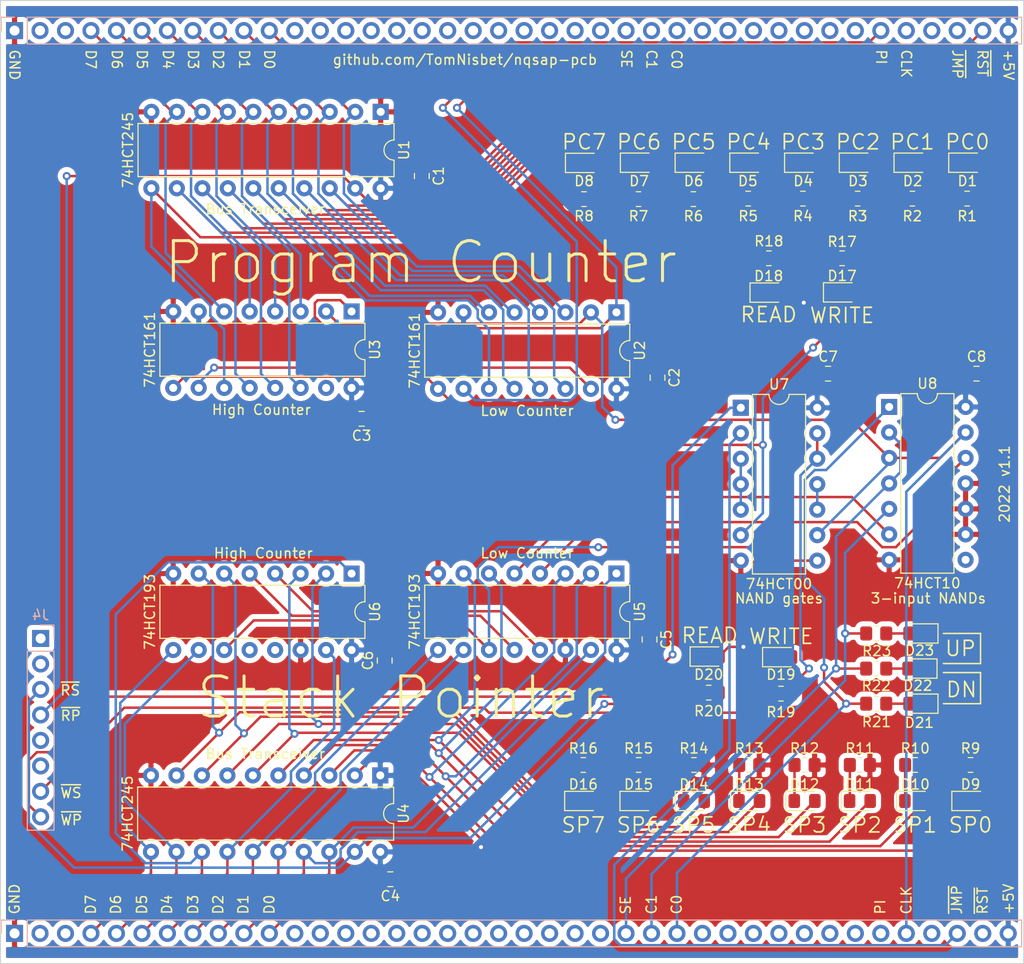
<source format=kicad_pcb>
(kicad_pcb (version 20171130) (host pcbnew "(5.1.9)-1")
  (title_block (title "NQSAP-PCB Program Counter and Stack Pointer") (date 2022-01-17) (rev 1.1) (company github.com/TomNisbet/nqsap-pcb))
  (layers (0 F.Cu signal) (31 B.Cu signal hide) (34 B.Paste user) (35 F.Paste user) (36 B.SilkS user) (37 F.SilkS user) (38 B.Mask user) (39 F.Mask user) (44 Edge.Cuts user))
  (net 0 "")
  (net 1 CLK)
  (net 2 D0)
  (net 3 D1)
  (net 4 D2)
  (net 5 D3)
  (net 6 D4)
  (net 7 D5)
  (net 8 D6)
  (net 9 D7)
  (net 10 GND)
  (net 11 VCC)
  (net 12 "Net-(D1-Pad1)")
  (net 13 "Net-(D2-Pad1)")
  (net 14 "Net-(D3-Pad1)")
  (net 15 "Net-(D4-Pad1)")
  (net 16 "Net-(D5-Pad1)")
  (net 17 "Net-(D6-Pad1)")
  (net 18 "Net-(D7-Pad1)")
  (net 19 "Net-(D8-Pad1)")
  (net 20 "Net-(D9-Pad1)")
  (net 21 "Net-(D10-Pad1)")
  (net 22 "Net-(D11-Pad1)")
  (net 23 "Net-(D12-Pad1)")
  (net 24 "Net-(D13-Pad1)")
  (net 25 "Net-(D14-Pad1)")
  (net 26 "Net-(D15-Pad1)")
  (net 27 "Net-(D16-Pad1)")
  (net 28 "Net-(D17-Pad1)")
  (net 29 ~RST)
  (net 30 "Net-(J1-Pad33)")
  (net 31 "Net-(J1-Pad32)")
  (net 32 "Net-(J1-Pad31)")
  (net 33 "Net-(J1-Pad30)")
  (net 34 "Net-(J1-Pad29)")
  (net 35 "Net-(J1-Pad28)")
  (net 36 "Net-(J1-Pad27)")
  (net 37 "Net-(J1-Pad26)")
  (net 38 "Net-(J1-Pad25)")
  (net 39 "Net-(J1-Pad24)")
  (net 40 "Net-(J1-Pad23)")
  (net 41 "Net-(J1-Pad22)")
  (net 42 "Net-(J1-Pad21)")
  (net 43 "Net-(J1-Pad20)")
  (net 44 "Net-(J2-Pad33)")
  (net 45 "Net-(J2-Pad32)")
  (net 46 "Net-(J2-Pad31)")
  (net 47 "Net-(J2-Pad30)")
  (net 48 "Net-(J2-Pad29)")
  (net 49 "Net-(J2-Pad28)")
  (net 50 "Net-(J2-Pad24)")
  (net 51 "Net-(J2-Pad23)")
  (net 52 "Net-(J2-Pad22)")
  (net 53 "Net-(J2-Pad21)")
  (net 54 "Net-(J2-Pad20)")
  (net 55 "Net-(J1-Pad19)")
  (net 56 "Net-(J1-Pad18)")
  (net 57 "Net-(J1-Pad17)")
  (net 58 "Net-(J1-Pad16)")
  (net 59 "Net-(J1-Pad3)")
  (net 60 "Net-(J1-Pad2)")
  (net 61 "Net-(J2-Pad3)")
  (net 62 "Net-(J2-Pad2)")
  (net 63 "Net-(J1-Pad37)")
  (net 64 "Net-(J2-Pad37)")
  (net 65 "Net-(D18-Pad1)")
  (net 66 "Net-(J1-Pad15)")
  (net 67 "Net-(J1-Pad14)")
  (net 68 "Net-(J1-Pad13)")
  (net 69 "Net-(J1-Pad12)")
  (net 70 "Net-(J2-Pad34)")
  (net 71 "Net-(J1-Pad36)")
  (net 72 /PC0)
  (net 73 /PC1)
  (net 74 /PC2)
  (net 75 /PC3)
  (net 76 /PC4)
  (net 77 /PC5)
  (net 78 /PC6)
  (net 79 /PC7)
  (net 80 "Net-(D19-Pad1)")
  (net 81 "Net-(D20-Pad1)")
  (net 82 ~JMP)
  (net 83 "Net-(J1-Pad34)")
  (net 84 "Net-(J4-Pad6)")
  (net 85 "Net-(J4-Pad5)")
  (net 86 ~RP)
  (net 87 ~WP)
  (net 88 PI)
  (net 89 C0)
  (net 90 SE)
  (net 91 "Net-(J2-Pad19)")
  (net 92 "Net-(J2-Pad18)")
  (net 93 "Net-(J2-Pad17)")
  (net 94 "Net-(J2-Pad16)")
  (net 95 "Net-(J2-Pad15)")
  (net 96 "Net-(J2-Pad14)")
  (net 97 "Net-(J2-Pad13)")
  (net 98 "Net-(J2-Pad12)")
  (net 99 ~WS)
  (net 100 ~RS)
  (net 101 /SP7)
  (net 102 /SP6)
  (net 103 /SP5)
  (net 104 /SP4)
  (net 105 /SP3)
  (net 106 /SP2)
  (net 107 /SP1)
  (net 108 /SP0)
  (net 109 "Net-(U7-Pad3)")
  (net 110 C1)
  (net 111 "Net-(U6-Pad13)")
  (net 112 "Net-(U6-Pad12)")
  (net 113 "Net-(U8-Pad8)")
  (net 114 /up)
  (net 115 /down)
  (net 116 /load)
  (net 117 "Net-(J1-Pad38)")
  (net 118 "Net-(J2-Pad39)")
  (net 119 "Net-(J2-Pad35)")
  (net 120 /bo-down)
  (net 121 /co-up)
  (net 122 "Net-(D21-Pad2)")
  (net 123 "Net-(D22-Pad2)")
  (net 124 "Net-(D23-Pad2)")
  (net 125 "Net-(U7-Pad10)")
  (net 126 "Net-(J4-Pad2)")
  (net 127 "Net-(J4-Pad1)")
  (net 128 /pc-carry)
  (net 129 ~pc-load)
  (net 130 "Net-(U3-Pad15)")
  (module Resistor_SMD:R_0805_2012Metric_Pad1.20x1.40mm_HandSolder (layer F.Cu) (at 172.3 106.1)
    (fp_text reference R23 (at 0.055 1.747) (layer F.SilkS))
    (fp_text value R-YEL)
    (pad 2 smd roundrect (at 1 0) (size 1.2 1.4) (layers F.Cu F.Paste F.Mask) (roundrect_rratio 0.2083325) (net 124 "Net-(D23-Pad2)"))
    (pad 1 smd roundrect (at -1 0) (size 1.2 1.4) (layers F.Cu F.Paste F.Mask) (roundrect_rratio 0.2083325) (net 110 C1))
  )
  (module Resistor_SMD:R_0805_2012Metric_Pad1.20x1.40mm_HandSolder (layer F.Cu) (at 172.3 109.6)
    (fp_text reference R22 (at 0 1.7) (layer F.SilkS))
    (fp_text value R-YEL)
    (pad 2 smd roundrect (at 1 0) (size 1.2 1.4) (layers F.Cu F.Paste F.Mask) (roundrect_rratio 0.2083325) (net 123 "Net-(D22-Pad2)"))
    (pad 1 smd roundrect (at -1 0) (size 1.2 1.4) (layers F.Cu F.Paste F.Mask) (roundrect_rratio 0.2083325) (net 90 SE))
  )
  (module Resistor_SMD:R_0805_2012Metric_Pad1.20x1.40mm_HandSolder (layer F.Cu) (at 172.3 113.1)
    (fp_text reference R21 (at 0.03 1.824) (layer F.SilkS))
    (fp_text value R-YEL)
    (pad 2 smd roundrect (at 1 0) (size 1.2 1.4) (layers F.Cu F.Paste F.Mask) (roundrect_rratio 0.2083325) (net 122 "Net-(D21-Pad2)"))
    (pad 1 smd roundrect (at -1 0) (size 1.2 1.4) (layers F.Cu F.Paste F.Mask) (roundrect_rratio 0.2083325) (net 89 C0))
  )
  (module LED_SMD:LED_0805_2012Metric_Pad1.15x1.40mm_HandSolder (layer F.Cu) (at 176.6 106.1 180)
    (fp_text reference D23 (at -0.03 -1.7) (layer F.SilkS))
    (fp_text value UP (at -4.1 -1.5) (layer F.SilkS) (effects (font (size 1.5 1.5) (thickness 0.17))))
    (pad 2 smd roundrect (at 1.025 0 180) (size 1.15 1.4) (layers F.Cu F.Paste F.Mask) (roundrect_rratio 0.2173904347826087) (net 124 "Net-(D23-Pad2)"))
    (pad 1 smd roundrect (at -1.025 0 180) (size 1.15 1.4) (layers F.Cu F.Paste F.Mask) (roundrect_rratio 0.2173904347826087) (net 10 GND))
  )
  (module LED_SMD:LED_0805_2012Metric_Pad1.15x1.40mm_HandSolder (layer F.Cu) (at 176.5 109.6 180)
    (fp_text reference D22 (at 0.05 -1.7) (layer F.SilkS))
    (fp_text value SE)
    (pad 2 smd roundrect (at 1.025 0 180) (size 1.15 1.4) (layers F.Cu F.Paste F.Mask) (roundrect_rratio 0.2173904347826087) (net 123 "Net-(D22-Pad2)"))
    (pad 1 smd roundrect (at -1.025 0 180) (size 1.15 1.4) (layers F.Cu F.Paste F.Mask) (roundrect_rratio 0.2173904347826087) (net 10 GND))
  )
  (module LED_SMD:LED_0805_2012Metric_Pad1.15x1.40mm_HandSolder (layer F.Cu) (at 176.6 113.1 180)
    (fp_text reference D21 (at 0 -1.9) (layer F.SilkS))
    (fp_text value DN (at -4.2 1.4) (layer F.SilkS) (effects (font (size 1.5 1.5) (thickness 0.17))))
    (pad 2 smd roundrect (at 1.025 0 180) (size 1.15 1.4) (layers F.Cu F.Paste F.Mask) (roundrect_rratio 0.2173904347826087) (net 122 "Net-(D21-Pad2)"))
    (pad 1 smd roundrect (at -1.025 0 180) (size 1.15 1.4) (layers F.Cu F.Paste F.Mask) (roundrect_rratio 0.2173904347826087) (net 10 GND))
  )
  (module Package_DIP:DIP-16_W7.62mm (layer F.Cu) (at 120 74 270)
    (fp_text reference U3 (at 3.81 -2.33 90) (layer F.SilkS))
    (fp_text value 74HCT161 (at 3.81 20.11 90) (layer F.SilkS))
    (fp_text user "High Counter" (at 9.8 9) (layer F.SilkS))
    (pad 16 thru_hole oval (at 7.62 0 270) (size 1.6 1.6) (drill 0.8) (layers *.Cu *.Mask) (net 11 VCC))
    (pad 8 thru_hole oval (at 0 17.78 270) (size 1.6 1.6) (drill 0.8) (layers *.Cu *.Mask) (net 10 GND))
    (pad 15 thru_hole oval (at 7.62 2.54 270) (size 1.6 1.6) (drill 0.8) (layers *.Cu *.Mask) (net 130 "Net-(U3-Pad15)"))
    (pad 7 thru_hole oval (at 0 15.24 270) (size 1.6 1.6) (drill 0.8) (layers *.Cu *.Mask) (net 11 VCC))
    (pad 14 thru_hole oval (at 7.62 5.08 270) (size 1.6 1.6) (drill 0.8) (layers *.Cu *.Mask) (net 76 /PC4))
    (pad 6 thru_hole oval (at 0 12.7 270) (size 1.6 1.6) (drill 0.8) (layers *.Cu *.Mask) (net 9 D7))
    (pad 13 thru_hole oval (at 7.62 7.62 270) (size 1.6 1.6) (drill 0.8) (layers *.Cu *.Mask) (net 77 /PC5))
    (pad 5 thru_hole oval (at 0 10.16 270) (size 1.6 1.6) (drill 0.8) (layers *.Cu *.Mask) (net 8 D6))
    (pad 12 thru_hole oval (at 7.62 10.16 270) (size 1.6 1.6) (drill 0.8) (layers *.Cu *.Mask) (net 78 /PC6))
    (pad 4 thru_hole oval (at 0 7.62 270) (size 1.6 1.6) (drill 0.8) (layers *.Cu *.Mask) (net 7 D5))
    (pad 11 thru_hole oval (at 7.62 12.7 270) (size 1.6 1.6) (drill 0.8) (layers *.Cu *.Mask) (net 79 /PC7))
    (pad 3 thru_hole oval (at 0 5.08 270) (size 1.6 1.6) (drill 0.8) (layers *.Cu *.Mask) (net 6 D4))
    (pad 10 thru_hole oval (at 7.62 15.24 270) (size 1.6 1.6) (drill 0.8) (layers *.Cu *.Mask) (net 128 /pc-carry))
    (pad 2 thru_hole oval (at 0 2.54 270) (size 1.6 1.6) (drill 0.8) (layers *.Cu *.Mask) (net 1 CLK))
    (pad 9 thru_hole oval (at 7.62 17.78 270) (size 1.6 1.6) (drill 0.8) (layers *.Cu *.Mask) (net 129 ~pc-load))
    (pad 1 thru_hole rect (at 0 0 270) (size 1.6 1.6) (drill 0.8) (layers *.Cu *.Mask) (net 29 ~RST))
  )
  (module Package_DIP:DIP-16_W7.62mm (layer F.Cu) (at 146.4 74.09 270)
    (fp_text reference U2 (at 3.81 -2.33 90) (layer F.SilkS))
    (fp_text value 74HCT161 (at 3.81 20.11 90) (layer F.SilkS))
    (fp_text user "Low Counter" (at 9.81 8.9) (layer F.SilkS))
    (pad 16 thru_hole oval (at 7.62 0 270) (size 1.6 1.6) (drill 0.8) (layers *.Cu *.Mask) (net 11 VCC))
    (pad 8 thru_hole oval (at 0 17.78 270) (size 1.6 1.6) (drill 0.8) (layers *.Cu *.Mask) (net 10 GND))
    (pad 15 thru_hole oval (at 7.62 2.54 270) (size 1.6 1.6) (drill 0.8) (layers *.Cu *.Mask) (net 128 /pc-carry))
    (pad 7 thru_hole oval (at 0 15.24 270) (size 1.6 1.6) (drill 0.8) (layers *.Cu *.Mask) (net 11 VCC))
    (pad 14 thru_hole oval (at 7.62 5.08 270) (size 1.6 1.6) (drill 0.8) (layers *.Cu *.Mask) (net 72 /PC0))
    (pad 6 thru_hole oval (at 0 12.7 270) (size 1.6 1.6) (drill 0.8) (layers *.Cu *.Mask) (net 5 D3))
    (pad 13 thru_hole oval (at 7.62 7.62 270) (size 1.6 1.6) (drill 0.8) (layers *.Cu *.Mask) (net 73 /PC1))
    (pad 5 thru_hole oval (at 0 10.16 270) (size 1.6 1.6) (drill 0.8) (layers *.Cu *.Mask) (net 4 D2))
    (pad 12 thru_hole oval (at 7.62 10.16 270) (size 1.6 1.6) (drill 0.8) (layers *.Cu *.Mask) (net 74 /PC2))
    (pad 4 thru_hole oval (at 0 7.62 270) (size 1.6 1.6) (drill 0.8) (layers *.Cu *.Mask) (net 3 D1))
    (pad 11 thru_hole oval (at 7.62 12.7 270) (size 1.6 1.6) (drill 0.8) (layers *.Cu *.Mask) (net 75 /PC3))
    (pad 3 thru_hole oval (at 0 5.08 270) (size 1.6 1.6) (drill 0.8) (layers *.Cu *.Mask) (net 2 D0))
    (pad 10 thru_hole oval (at 7.62 15.24 270) (size 1.6 1.6) (drill 0.8) (layers *.Cu *.Mask) (net 88 PI))
    (pad 2 thru_hole oval (at 0 2.54 270) (size 1.6 1.6) (drill 0.8) (layers *.Cu *.Mask) (net 1 CLK))
    (pad 9 thru_hole oval (at 7.62 17.78 270) (size 1.6 1.6) (drill 0.8) (layers *.Cu *.Mask) (net 129 ~pc-load))
    (pad 1 thru_hole rect (at 0 0 270) (size 1.6 1.6) (drill 0.8) (layers *.Cu *.Mask) (net 29 ~RST))
  )
  (module Connector_PinHeader_2.54mm:PinHeader_1x08_P2.54mm_Vertical (layer B.Cu) (at 89 106.6 180)
    (fp_text reference J4 (at 0 2.33) (layer B.SilkS) (effects (justify mirror)))
    (fp_text value Conn_02x08)
    (pad 8 thru_hole oval (at 0 -17.78 180) (size 1.7 1.7) (drill 1) (layers *.Cu *.Mask) (net 87 ~WP))
    (pad 7 thru_hole oval (at 0 -15.24 180) (size 1.7 1.7) (drill 1) (layers *.Cu *.Mask) (net 99 ~WS))
    (pad 6 thru_hole oval (at 0 -12.7 180) (size 1.7 1.7) (drill 1) (layers *.Cu *.Mask) (net 84 "Net-(J4-Pad6)"))
    (pad 5 thru_hole oval (at 0 -10.16 180) (size 1.7 1.7) (drill 1) (layers *.Cu *.Mask) (net 85 "Net-(J4-Pad5)"))
    (pad 4 thru_hole oval (at 0 -7.62 180) (size 1.7 1.7) (drill 1) (layers *.Cu *.Mask) (net 86 ~RP))
    (pad 3 thru_hole oval (at 0 -5.08 180) (size 1.7 1.7) (drill 1) (layers *.Cu *.Mask) (net 100 ~RS))
    (pad 2 thru_hole oval (at 0 -2.54 180) (size 1.7 1.7) (drill 1) (layers *.Cu *.Mask) (net 126 "Net-(J4-Pad2)"))
    (pad 1 thru_hole rect (at 0 0 180) (size 1.7 1.7) (drill 1) (layers *.Cu *.Mask) (net 127 "Net-(J4-Pad1)"))
  )
  (module Package_DIP:DIP-14_W7.62mm (layer F.Cu) (at 158.8 83.6)
    (fp_text reference U7 (at 3.81 -2.33) (layer F.SilkS))
    (fp_text value 74HCT00 (at 3.81 17.57) (layer F.SilkS))
    (fp_text user "NAND gates" (at 3.8 19) (layer F.SilkS))
    (pad 14 thru_hole oval (at 7.62 0) (size 1.6 1.6) (drill 0.8) (layers *.Cu *.Mask) (net 11 VCC))
    (pad 7 thru_hole oval (at 0 15.24) (size 1.6 1.6) (drill 0.8) (layers *.Cu *.Mask) (net 10 GND))
    (pad 13 thru_hole oval (at 7.62 2.54) (size 1.6 1.6) (drill 0.8) (layers *.Cu *.Mask) (net 99 ~WS))
    (pad 6 thru_hole oval (at 0 12.7) (size 1.6 1.6) (drill 0.8) (layers *.Cu *.Mask) (net 129 ~pc-load))
    (pad 12 thru_hole oval (at 7.62 5.08) (size 1.6 1.6) (drill 0.8) (layers *.Cu *.Mask) (net 99 ~WS))
    (pad 5 thru_hole oval (at 0 10.16) (size 1.6 1.6) (drill 0.8) (layers *.Cu *.Mask) (net 109 "Net-(U7-Pad3)"))
    (pad 11 thru_hole oval (at 7.62 7.62) (size 1.6 1.6) (drill 0.8) (layers *.Cu *.Mask) (net 125 "Net-(U7-Pad10)"))
    (pad 4 thru_hole oval (at 0 7.62) (size 1.6 1.6) (drill 0.8) (layers *.Cu *.Mask) (net 109 "Net-(U7-Pad3)"))
    (pad 10 thru_hole oval (at 7.62 10.16) (size 1.6 1.6) (drill 0.8) (layers *.Cu *.Mask) (net 125 "Net-(U7-Pad10)"))
    (pad 3 thru_hole oval (at 0 5.08) (size 1.6 1.6) (drill 0.8) (layers *.Cu *.Mask) (net 109 "Net-(U7-Pad3)"))
    (pad 9 thru_hole oval (at 7.62 12.7) (size 1.6 1.6) (drill 0.8) (layers *.Cu *.Mask) (net 1 CLK))
    (pad 2 thru_hole oval (at 0 2.54) (size 1.6 1.6) (drill 0.8) (layers *.Cu *.Mask) (net 82 ~JMP))
    (pad 8 thru_hole oval (at 7.62 15.24) (size 1.6 1.6) (drill 0.8) (layers *.Cu *.Mask) (net 116 /load))
    (pad 1 thru_hole rect (at 0 0) (size 1.6 1.6) (drill 0.8) (layers *.Cu *.Mask) (net 87 ~WP))
  )
  (module Package_DIP:DIP-20_W7.62mm (layer F.Cu) (at 122.86 120.25 270)
    (fp_text reference U4 (at 3.81 -2.33 90) (layer F.SilkS))
    (fp_text value 74HCT245 (at 3.81 25.19 90) (layer F.SilkS))
    (fp_text user "Bus Transceiver" (at -2.15 11.46) (layer F.SilkS))
    (pad 20 thru_hole oval (at 7.62 0 270) (size 1.6 1.6) (drill 0.8) (layers *.Cu *.Mask) (net 11 VCC))
    (pad 10 thru_hole oval (at 0 22.86 270) (size 1.6 1.6) (drill 0.8) (layers *.Cu *.Mask) (net 10 GND))
    (pad 19 thru_hole oval (at 7.62 2.54 270) (size 1.6 1.6) (drill 0.8) (layers *.Cu *.Mask) (net 100 ~RS))
    (pad 9 thru_hole oval (at 0 20.32 270) (size 1.6 1.6) (drill 0.8) (layers *.Cu *.Mask) (net 101 /SP7))
    (pad 18 thru_hole oval (at 7.62 5.08 270) (size 1.6 1.6) (drill 0.8) (layers *.Cu *.Mask) (net 2 D0))
    (pad 8 thru_hole oval (at 0 17.78 270) (size 1.6 1.6) (drill 0.8) (layers *.Cu *.Mask) (net 102 /SP6))
    (pad 17 thru_hole oval (at 7.62 7.62 270) (size 1.6 1.6) (drill 0.8) (layers *.Cu *.Mask) (net 3 D1))
    (pad 7 thru_hole oval (at 0 15.24 270) (size 1.6 1.6) (drill 0.8) (layers *.Cu *.Mask) (net 103 /SP5))
    (pad 16 thru_hole oval (at 7.62 10.16 270) (size 1.6 1.6) (drill 0.8) (layers *.Cu *.Mask) (net 4 D2))
    (pad 6 thru_hole oval (at 0 12.7 270) (size 1.6 1.6) (drill 0.8) (layers *.Cu *.Mask) (net 104 /SP4))
    (pad 15 thru_hole oval (at 7.62 12.7 270) (size 1.6 1.6) (drill 0.8) (layers *.Cu *.Mask) (net 5 D3))
    (pad 5 thru_hole oval (at 0 10.16 270) (size 1.6 1.6) (drill 0.8) (layers *.Cu *.Mask) (net 105 /SP3))
    (pad 14 thru_hole oval (at 7.62 15.24 270) (size 1.6 1.6) (drill 0.8) (layers *.Cu *.Mask) (net 6 D4))
    (pad 4 thru_hole oval (at 0 7.62 270) (size 1.6 1.6) (drill 0.8) (layers *.Cu *.Mask) (net 106 /SP2))
    (pad 13 thru_hole oval (at 7.62 17.78 270) (size 1.6 1.6) (drill 0.8) (layers *.Cu *.Mask) (net 7 D5))
    (pad 3 thru_hole oval (at 0 5.08 270) (size 1.6 1.6) (drill 0.8) (layers *.Cu *.Mask) (net 107 /SP1))
    (pad 12 thru_hole oval (at 7.62 20.32 270) (size 1.6 1.6) (drill 0.8) (layers *.Cu *.Mask) (net 8 D6))
    (pad 2 thru_hole oval (at 0 2.54 270) (size 1.6 1.6) (drill 0.8) (layers *.Cu *.Mask) (net 108 /SP0))
    (pad 11 thru_hole oval (at 7.62 22.86 270) (size 1.6 1.6) (drill 0.8) (layers *.Cu *.Mask) (net 9 D7))
    (pad 1 thru_hole rect (at 0 0 270) (size 1.6 1.6) (drill 0.8) (layers *.Cu *.Mask) (net 11 VCC))
  )
  (module Package_DIP:DIP-14_W7.62mm (layer F.Cu) (at 173.59 83.52)
    (fp_text reference U8 (at 3.81 -2.33) (layer F.SilkS))
    (fp_text value 74HCT10 (at 3.81 17.57) (layer F.SilkS))
    (fp_text user "3-input NANDs" (at 3.91 19.08) (layer F.SilkS))
    (pad 14 thru_hole oval (at 7.62 0) (size 1.6 1.6) (drill 0.8) (layers *.Cu *.Mask) (net 11 VCC))
    (pad 7 thru_hole oval (at 0 15.24) (size 1.6 1.6) (drill 0.8) (layers *.Cu *.Mask) (net 10 GND))
    (pad 13 thru_hole oval (at 7.62 2.54) (size 1.6 1.6) (drill 0.8) (layers *.Cu *.Mask) (net 1 CLK))
    (pad 6 thru_hole oval (at 0 12.7) (size 1.6 1.6) (drill 0.8) (layers *.Cu *.Mask) (net 114 /up))
    (pad 12 thru_hole oval (at 7.62 5.08) (size 1.6 1.6) (drill 0.8) (layers *.Cu *.Mask) (net 115 /down))
    (pad 5 thru_hole oval (at 0 10.16) (size 1.6 1.6) (drill 0.8) (layers *.Cu *.Mask) (net 110 C1))
    (pad 11 thru_hole oval (at 7.62 7.62) (size 1.6 1.6) (drill 0.8) (layers *.Cu *.Mask) (net 10 GND))
    (pad 4 thru_hole oval (at 0 7.62) (size 1.6 1.6) (drill 0.8) (layers *.Cu *.Mask) (net 90 SE))
    (pad 10 thru_hole oval (at 7.62 10.16) (size 1.6 1.6) (drill 0.8) (layers *.Cu *.Mask) (net 10 GND))
    (pad 3 thru_hole oval (at 0 5.08) (size 1.6 1.6) (drill 0.8) (layers *.Cu *.Mask) (net 1 CLK))
    (pad 9 thru_hole oval (at 7.62 12.7) (size 1.6 1.6) (drill 0.8) (layers *.Cu *.Mask) (net 10 GND))
    (pad 2 thru_hole oval (at 0 2.54) (size 1.6 1.6) (drill 0.8) (layers *.Cu *.Mask) (net 90 SE))
    (pad 8 thru_hole oval (at 7.62 15.24) (size 1.6 1.6) (drill 0.8) (layers *.Cu *.Mask) (net 113 "Net-(U8-Pad8)"))
    (pad 1 thru_hole rect (at 0 0) (size 1.6 1.6) (drill 0.8) (layers *.Cu *.Mask) (net 89 C0))
  )
  (module Package_DIP:DIP-16_W7.62mm (layer F.Cu) (at 120 100.13 270)
    (fp_text reference U6 (at 3.81 -2.33 90) (layer F.SilkS))
    (fp_text value 74HCT193 (at 3.81 20.11 90) (layer F.SilkS))
    (fp_text user "High Counter" (at -2.03 8.8) (layer F.SilkS))
    (pad 16 thru_hole oval (at 7.62 0 270) (size 1.6 1.6) (drill 0.8) (layers *.Cu *.Mask) (net 11 VCC))
    (pad 8 thru_hole oval (at 0 17.78 270) (size 1.6 1.6) (drill 0.8) (layers *.Cu *.Mask) (net 10 GND))
    (pad 15 thru_hole oval (at 7.62 2.54 270) (size 1.6 1.6) (drill 0.8) (layers *.Cu *.Mask) (net 6 D4))
    (pad 7 thru_hole oval (at 0 15.24 270) (size 1.6 1.6) (drill 0.8) (layers *.Cu *.Mask) (net 101 /SP7))
    (pad 14 thru_hole oval (at 7.62 5.08 270) (size 1.6 1.6) (drill 0.8) (layers *.Cu *.Mask) (net 10 GND))
    (pad 6 thru_hole oval (at 0 12.7 270) (size 1.6 1.6) (drill 0.8) (layers *.Cu *.Mask) (net 102 /SP6))
    (pad 13 thru_hole oval (at 7.62 7.62 270) (size 1.6 1.6) (drill 0.8) (layers *.Cu *.Mask) (net 111 "Net-(U6-Pad13)"))
    (pad 5 thru_hole oval (at 0 10.16 270) (size 1.6 1.6) (drill 0.8) (layers *.Cu *.Mask) (net 121 /co-up))
    (pad 12 thru_hole oval (at 7.62 10.16 270) (size 1.6 1.6) (drill 0.8) (layers *.Cu *.Mask) (net 112 "Net-(U6-Pad12)"))
    (pad 4 thru_hole oval (at 0 7.62 270) (size 1.6 1.6) (drill 0.8) (layers *.Cu *.Mask) (net 120 /bo-down))
    (pad 11 thru_hole oval (at 7.62 12.7 270) (size 1.6 1.6) (drill 0.8) (layers *.Cu *.Mask) (net 116 /load))
    (pad 3 thru_hole oval (at 0 5.08 270) (size 1.6 1.6) (drill 0.8) (layers *.Cu *.Mask) (net 104 /SP4))
    (pad 10 thru_hole oval (at 7.62 15.24 270) (size 1.6 1.6) (drill 0.8) (layers *.Cu *.Mask) (net 8 D6))
    (pad 2 thru_hole oval (at 0 2.54 270) (size 1.6 1.6) (drill 0.8) (layers *.Cu *.Mask) (net 103 /SP5))
    (pad 9 thru_hole oval (at 7.62 17.78 270) (size 1.6 1.6) (drill 0.8) (layers *.Cu *.Mask) (net 9 D7))
    (pad 1 thru_hole rect (at 0 0 270) (size 1.6 1.6) (drill 0.8) (layers *.Cu *.Mask) (net 7 D5))
  )
  (module Package_DIP:DIP-16_W7.62mm (layer F.Cu) (at 146.4 100.12 270)
    (fp_text reference U5 (at 3.81 -2.33 90) (layer F.SilkS))
    (fp_text value 74HCT193 (at 3.81 20.11 90) (layer F.SilkS))
    (fp_text user "Low Counter" (at -2.02 8.9) (layer F.SilkS))
    (pad 16 thru_hole oval (at 7.62 0 270) (size 1.6 1.6) (drill 0.8) (layers *.Cu *.Mask) (net 11 VCC))
    (pad 8 thru_hole oval (at 0 17.78 270) (size 1.6 1.6) (drill 0.8) (layers *.Cu *.Mask) (net 10 GND))
    (pad 15 thru_hole oval (at 7.62 2.54 270) (size 1.6 1.6) (drill 0.8) (layers *.Cu *.Mask) (net 2 D0))
    (pad 7 thru_hole oval (at 0 15.24 270) (size 1.6 1.6) (drill 0.8) (layers *.Cu *.Mask) (net 105 /SP3))
    (pad 14 thru_hole oval (at 7.62 5.08 270) (size 1.6 1.6) (drill 0.8) (layers *.Cu *.Mask) (net 10 GND))
    (pad 6 thru_hole oval (at 0 12.7 270) (size 1.6 1.6) (drill 0.8) (layers *.Cu *.Mask) (net 106 /SP2))
    (pad 13 thru_hole oval (at 7.62 7.62 270) (size 1.6 1.6) (drill 0.8) (layers *.Cu *.Mask) (net 120 /bo-down))
    (pad 5 thru_hole oval (at 0 10.16 270) (size 1.6 1.6) (drill 0.8) (layers *.Cu *.Mask) (net 114 /up))
    (pad 12 thru_hole oval (at 7.62 10.16 270) (size 1.6 1.6) (drill 0.8) (layers *.Cu *.Mask) (net 121 /co-up))
    (pad 4 thru_hole oval (at 0 7.62 270) (size 1.6 1.6) (drill 0.8) (layers *.Cu *.Mask) (net 115 /down))
    (pad 11 thru_hole oval (at 7.62 12.7 270) (size 1.6 1.6) (drill 0.8) (layers *.Cu *.Mask) (net 116 /load))
    (pad 3 thru_hole oval (at 0 5.08 270) (size 1.6 1.6) (drill 0.8) (layers *.Cu *.Mask) (net 108 /SP0))
    (pad 10 thru_hole oval (at 7.62 15.24 270) (size 1.6 1.6) (drill 0.8) (layers *.Cu *.Mask) (net 4 D2))
    (pad 2 thru_hole oval (at 0 2.54 270) (size 1.6 1.6) (drill 0.8) (layers *.Cu *.Mask) (net 107 /SP1))
    (pad 9 thru_hole oval (at 7.62 17.78 270) (size 1.6 1.6) (drill 0.8) (layers *.Cu *.Mask) (net 5 D3))
    (pad 1 thru_hole rect (at 0 0 270) (size 1.6 1.6) (drill 0.8) (layers *.Cu *.Mask) (net 3 D1))
  )
  (module Capacitor_SMD:C_0805_2012Metric_Pad1.18x1.45mm_HandSolder (layer F.Cu) (at 182.3 80.2 180)
    (fp_text reference C8 (at 0 1.7) (layer F.SilkS))
    (fp_text value 0.1uF)
    (pad 2 smd roundrect (at 1.0375 0 180) (size 1.175 1.45) (layers F.Cu F.Paste F.Mask) (roundrect_rratio 0.2127659574468085) (net 11 VCC))
    (pad 1 smd roundrect (at -1.0375 0 180) (size 1.175 1.45) (layers F.Cu F.Paste F.Mask) (roundrect_rratio 0.2127659574468085) (net 10 GND))
  )
  (module Package_DIP:DIP-20_W7.62mm (layer F.Cu) (at 122.9 54.1 270)
    (fp_text reference U1 (at 3.81 -2.33 90) (layer F.SilkS))
    (fp_text value 74HCT245 (at 3.81 25.19 90) (layer F.SilkS))
    (fp_text user "Bus Transceiver" (at 9.7 11.5) (layer F.SilkS))
    (pad 20 thru_hole oval (at 7.62 0 270) (size 1.6 1.6) (drill 0.8) (layers *.Cu *.Mask) (net 11 VCC))
    (pad 10 thru_hole oval (at 0 22.86 270) (size 1.6 1.6) (drill 0.8) (layers *.Cu *.Mask) (net 10 GND))
    (pad 19 thru_hole oval (at 7.62 2.54 270) (size 1.6 1.6) (drill 0.8) (layers *.Cu *.Mask) (net 86 ~RP))
    (pad 9 thru_hole oval (at 0 20.32 270) (size 1.6 1.6) (drill 0.8) (layers *.Cu *.Mask) (net 9 D7))
    (pad 18 thru_hole oval (at 7.62 5.08 270) (size 1.6 1.6) (drill 0.8) (layers *.Cu *.Mask) (net 72 /PC0))
    (pad 8 thru_hole oval (at 0 17.78 270) (size 1.6 1.6) (drill 0.8) (layers *.Cu *.Mask) (net 8 D6))
    (pad 17 thru_hole oval (at 7.62 7.62 270) (size 1.6 1.6) (drill 0.8) (layers *.Cu *.Mask) (net 73 /PC1))
    (pad 7 thru_hole oval (at 0 15.24 270) (size 1.6 1.6) (drill 0.8) (layers *.Cu *.Mask) (net 7 D5))
    (pad 16 thru_hole oval (at 7.62 10.16 270) (size 1.6 1.6) (drill 0.8) (layers *.Cu *.Mask) (net 74 /PC2))
    (pad 6 thru_hole oval (at 0 12.7 270) (size 1.6 1.6) (drill 0.8) (layers *.Cu *.Mask) (net 6 D4))
    (pad 15 thru_hole oval (at 7.62 12.7 270) (size 1.6 1.6) (drill 0.8) (layers *.Cu *.Mask) (net 75 /PC3))
    (pad 5 thru_hole oval (at 0 10.16 270) (size 1.6 1.6) (drill 0.8) (layers *.Cu *.Mask) (net 5 D3))
    (pad 14 thru_hole oval (at 7.62 15.24 270) (size 1.6 1.6) (drill 0.8) (layers *.Cu *.Mask) (net 76 /PC4))
    (pad 4 thru_hole oval (at 0 7.62 270) (size 1.6 1.6) (drill 0.8) (layers *.Cu *.Mask) (net 4 D2))
    (pad 13 thru_hole oval (at 7.62 17.78 270) (size 1.6 1.6) (drill 0.8) (layers *.Cu *.Mask) (net 77 /PC5))
    (pad 3 thru_hole oval (at 0 5.08 270) (size 1.6 1.6) (drill 0.8) (layers *.Cu *.Mask) (net 3 D1))
    (pad 12 thru_hole oval (at 7.62 20.32 270) (size 1.6 1.6) (drill 0.8) (layers *.Cu *.Mask) (net 78 /PC6))
    (pad 2 thru_hole oval (at 0 2.54 270) (size 1.6 1.6) (drill 0.8) (layers *.Cu *.Mask) (net 2 D0))
    (pad 11 thru_hole oval (at 7.62 22.86 270) (size 1.6 1.6) (drill 0.8) (layers *.Cu *.Mask) (net 79 /PC7))
    (pad 1 thru_hole rect (at 0 0 270) (size 1.6 1.6) (drill 0.8) (layers *.Cu *.Mask) (net 10 GND))
  )
  (module Resistor_SMD:R_0805_2012Metric_Pad1.20x1.40mm_HandSolder (layer F.Cu) (at 155.6 112)
    (fp_text reference R20 (at 0 1.84) (layer F.SilkS))
    (fp_text value R-GRN)
    (pad 2 smd roundrect (at 1 0) (size 1.2 1.4) (layers F.Cu F.Paste F.Mask) (roundrect_rratio 0.2083325) (net 100 ~RS))
    (pad 1 smd roundrect (at -1 0) (size 1.2 1.4) (layers F.Cu F.Paste F.Mask) (roundrect_rratio 0.2083325) (net 81 "Net-(D20-Pad1)"))
  )
  (module Resistor_SMD:R_0805_2012Metric_Pad1.20x1.40mm_HandSolder (layer F.Cu) (at 162.8 112.1)
    (fp_text reference R19 (at 0 1.84) (layer F.SilkS))
    (fp_text value R-RED)
    (pad 2 smd roundrect (at 1 0) (size 1.2 1.4) (layers F.Cu F.Paste F.Mask) (roundrect_rratio 0.2083325) (net 99 ~WS))
    (pad 1 smd roundrect (at -1 0) (size 1.2 1.4) (layers F.Cu F.Paste F.Mask) (roundrect_rratio 0.2083325) (net 80 "Net-(D19-Pad1)"))
  )
  (module Resistor_SMD:R_0805_2012Metric_Pad1.20x1.40mm_HandSolder (layer F.Cu) (at 168.9 68.7)
    (fp_text reference R17 (at 0 -1.65) (layer F.SilkS))
    (fp_text value R-RED)
    (pad 2 smd roundrect (at 1 0) (size 1.2 1.4) (layers F.Cu F.Paste F.Mask) (roundrect_rratio 0.2083325) (net 129 ~pc-load))
    (pad 1 smd roundrect (at -1 0) (size 1.2 1.4) (layers F.Cu F.Paste F.Mask) (roundrect_rratio 0.2083325) (net 28 "Net-(D17-Pad1)"))
  )
  (module Resistor_SMD:R_0805_2012Metric_Pad1.20x1.40mm_HandSolder (layer F.Cu) (at 143.17 62.8)
    (fp_text reference R8 (at 0 1.7) (layer F.SilkS))
    (fp_text value R-GRN)
    (pad 2 smd roundrect (at 1 0) (size 1.2 1.4) (layers F.Cu F.Paste F.Mask) (roundrect_rratio 0.2083325) (net 10 GND))
    (pad 1 smd roundrect (at -1 0) (size 1.2 1.4) (layers F.Cu F.Paste F.Mask) (roundrect_rratio 0.2083325) (net 19 "Net-(D8-Pad1)"))
  )
  (module Resistor_SMD:R_0805_2012Metric_Pad1.20x1.40mm_HandSolder (layer F.Cu) (at 148.6 62.8)
    (fp_text reference R7 (at 0 1.7) (layer F.SilkS))
    (fp_text value R-GRN)
    (pad 2 smd roundrect (at 1 0) (size 1.2 1.4) (layers F.Cu F.Paste F.Mask) (roundrect_rratio 0.2083325) (net 10 GND))
    (pad 1 smd roundrect (at -1 0) (size 1.2 1.4) (layers F.Cu F.Paste F.Mask) (roundrect_rratio 0.2083325) (net 18 "Net-(D7-Pad1)"))
  )
  (module Resistor_SMD:R_0805_2012Metric_Pad1.20x1.40mm_HandSolder (layer F.Cu) (at 154.081428 62.8)
    (fp_text reference R6 (at 0 1.7) (layer F.SilkS))
    (fp_text value R-GRN)
    (pad 2 smd roundrect (at 1 0) (size 1.2 1.4) (layers F.Cu F.Paste F.Mask) (roundrect_rratio 0.2083325) (net 10 GND))
    (pad 1 smd roundrect (at -1 0) (size 1.2 1.4) (layers F.Cu F.Paste F.Mask) (roundrect_rratio 0.2083325) (net 17 "Net-(D6-Pad1)"))
  )
  (module Resistor_SMD:R_0805_2012Metric_Pad1.20x1.40mm_HandSolder (layer F.Cu) (at 159.537142 62.75)
    (fp_text reference R5 (at 0 1.75) (layer F.SilkS))
    (fp_text value R-GRN)
    (pad 2 smd roundrect (at 1 0) (size 1.2 1.4) (layers F.Cu F.Paste F.Mask) (roundrect_rratio 0.2083325) (net 10 GND))
    (pad 1 smd roundrect (at -1 0) (size 1.2 1.4) (layers F.Cu F.Paste F.Mask) (roundrect_rratio 0.2083325) (net 16 "Net-(D5-Pad1)"))
  )
  (module Resistor_SMD:R_0805_2012Metric_Pad1.20x1.40mm_HandSolder (layer F.Cu) (at 164.992856 62.75)
    (fp_text reference R4 (at 0 1.75) (layer F.SilkS))
    (fp_text value R-GRN)
    (pad 2 smd roundrect (at 1 0) (size 1.2 1.4) (layers F.Cu F.Paste F.Mask) (roundrect_rratio 0.2083325) (net 10 GND))
    (pad 1 smd roundrect (at -1 0) (size 1.2 1.4) (layers F.Cu F.Paste F.Mask) (roundrect_rratio 0.2083325) (net 15 "Net-(D4-Pad1)"))
  )
  (module Resistor_SMD:R_0805_2012Metric_Pad1.20x1.40mm_HandSolder (layer F.Cu) (at 170.44857 62.75)
    (fp_text reference R3 (at 0 1.75) (layer F.SilkS))
    (fp_text value R-GRN)
    (pad 2 smd roundrect (at 1 0) (size 1.2 1.4) (layers F.Cu F.Paste F.Mask) (roundrect_rratio 0.2083325) (net 10 GND))
    (pad 1 smd roundrect (at -1 0) (size 1.2 1.4) (layers F.Cu F.Paste F.Mask) (roundrect_rratio 0.2083325) (net 14 "Net-(D3-Pad1)"))
  )
  (module Resistor_SMD:R_0805_2012Metric_Pad1.20x1.40mm_HandSolder (layer F.Cu) (at 175.904284 62.75)
    (fp_text reference R2 (at -0.004284 1.75) (layer F.SilkS))
    (fp_text value R-GRN)
    (pad 2 smd roundrect (at 1 0) (size 1.2 1.4) (layers F.Cu F.Paste F.Mask) (roundrect_rratio 0.2083325) (net 10 GND))
    (pad 1 smd roundrect (at -1 0) (size 1.2 1.4) (layers F.Cu F.Paste F.Mask) (roundrect_rratio 0.2083325) (net 13 "Net-(D2-Pad1)"))
  )
  (module Resistor_SMD:R_0805_2012Metric_Pad1.20x1.40mm_HandSolder (layer F.Cu) (at 181.36 62.75)
    (fp_text reference R1 (at 0 1.75) (layer F.SilkS))
    (fp_text value R-GRN)
    (pad 2 smd roundrect (at 1 0) (size 1.2 1.4) (layers F.Cu F.Paste F.Mask) (roundrect_rratio 0.2083325) (net 10 GND))
    (pad 1 smd roundrect (at -1 0) (size 1.2 1.4) (layers F.Cu F.Paste F.Mask) (roundrect_rratio 0.2083325) (net 12 "Net-(D1-Pad1)"))
  )
  (module LED_SMD:LED_0805_2012Metric_Pad1.15x1.40mm_HandSolder (layer F.Cu) (at 155.605 108.4)
    (fp_text reference D20 (at -0.005 1.8) (layer F.SilkS))
    (fp_text value READ (at 0.095 -2.1) (layer F.SilkS) (effects (font (size 1.5 1.5) (thickness 0.17))))
    (pad 2 smd roundrect (at 1.025 0) (size 1.15 1.4) (layers F.Cu F.Paste F.Mask) (roundrect_rratio 0.2173904347826087) (net 11 VCC))
    (pad 1 smd roundrect (at -1.025 0) (size 1.15 1.4) (layers F.Cu F.Paste F.Mask) (roundrect_rratio 0.2173904347826087) (net 81 "Net-(D20-Pad1)"))
  )
  (module LED_SMD:LED_0805_2012Metric_Pad1.15x1.40mm_HandSolder (layer F.Cu) (at 162.83 108.46)
    (fp_text reference D19 (at -0.03 1.74) (layer F.SilkS))
    (fp_text value WRITE (at 0 -2.06) (layer F.SilkS) (effects (font (size 1.5 1.5) (thickness 0.17))))
    (pad 2 smd roundrect (at 1.025 0) (size 1.15 1.4) (layers F.Cu F.Paste F.Mask) (roundrect_rratio 0.2173904347826087) (net 11 VCC))
    (pad 1 smd roundrect (at -1.025 0) (size 1.15 1.4) (layers F.Cu F.Paste F.Mask) (roundrect_rratio 0.2173904347826087) (net 80 "Net-(D19-Pad1)"))
  )
  (module LED_SMD:LED_0805_2012Metric_Pad1.15x1.40mm_HandSolder (layer F.Cu) (at 168.9 72.1)
    (fp_text reference D17 (at 0 -1.65) (layer F.SilkS))
    (fp_text value WRITE (at 0 2.3) (layer F.SilkS) (effects (font (size 1.5 1.5) (thickness 0.17))))
    (pad 2 smd roundrect (at 1.025 0) (size 1.15 1.4) (layers F.Cu F.Paste F.Mask) (roundrect_rratio 0.2173904347826087) (net 11 VCC))
    (pad 1 smd roundrect (at -1.025 0) (size 1.15 1.4) (layers F.Cu F.Paste F.Mask) (roundrect_rratio 0.2173904347826087) (net 28 "Net-(D17-Pad1)"))
  )
  (module LED_SMD:LED_0805_2012Metric_Pad1.15x1.40mm_HandSolder (layer F.Cu) (at 143.18 59.19)
    (fp_text reference D8 (at 0 1.81) (layer F.SilkS))
    (fp_text value PC7 (at 0 -2.09) (layer F.SilkS) (effects (font (size 1.5 1.5) (thickness 0.17))))
    (pad 2 smd roundrect (at 1.025 0) (size 1.15 1.4) (layers F.Cu F.Paste F.Mask) (roundrect_rratio 0.2173904347826087) (net 79 /PC7))
    (pad 1 smd roundrect (at -1.025 0) (size 1.15 1.4) (layers F.Cu F.Paste F.Mask) (roundrect_rratio 0.2173904347826087) (net 19 "Net-(D8-Pad1)"))
  )
  (module LED_SMD:LED_0805_2012Metric_Pad1.15x1.40mm_HandSolder (layer F.Cu) (at 148.655714 59.17)
    (fp_text reference D7 (at 0 1.83) (layer F.SilkS))
    (fp_text value PC6 (at 0 -2.07) (layer F.SilkS) (effects (font (size 1.5 1.5) (thickness 0.17))))
    (pad 2 smd roundrect (at 1.025 0) (size 1.15 1.4) (layers F.Cu F.Paste F.Mask) (roundrect_rratio 0.2173904347826087) (net 78 /PC6))
    (pad 1 smd roundrect (at -1.025 0) (size 1.15 1.4) (layers F.Cu F.Paste F.Mask) (roundrect_rratio 0.2173904347826087) (net 18 "Net-(D7-Pad1)"))
  )
  (module LED_SMD:LED_0805_2012Metric_Pad1.15x1.40mm_HandSolder (layer F.Cu) (at 154.111428 59.17)
    (fp_text reference D6 (at -0.011428 1.83) (layer F.SilkS))
    (fp_text value PC5 (at -0.011428 -2.07) (layer F.SilkS) (effects (font (size 1.5 1.5) (thickness 0.17))))
    (pad 2 smd roundrect (at 1.025 0) (size 1.15 1.4) (layers F.Cu F.Paste F.Mask) (roundrect_rratio 0.2173904347826087) (net 77 /PC5))
    (pad 1 smd roundrect (at -1.025 0) (size 1.15 1.4) (layers F.Cu F.Paste F.Mask) (roundrect_rratio 0.2173904347826087) (net 17 "Net-(D6-Pad1)"))
  )
  (module LED_SMD:LED_0805_2012Metric_Pad1.15x1.40mm_HandSolder (layer F.Cu) (at 159.567142 59.17)
    (fp_text reference D5 (at -0.067142 1.83) (layer F.SilkS))
    (fp_text value PC4 (at 0 -2.07) (layer F.SilkS) (effects (font (size 1.5 1.5) (thickness 0.17))))
    (pad 2 smd roundrect (at 1.025 0) (size 1.15 1.4) (layers F.Cu F.Paste F.Mask) (roundrect_rratio 0.2173904347826087) (net 76 /PC4))
    (pad 1 smd roundrect (at -1.025 0) (size 1.15 1.4) (layers F.Cu F.Paste F.Mask) (roundrect_rratio 0.2173904347826087) (net 16 "Net-(D5-Pad1)"))
  )
  (module LED_SMD:LED_0805_2012Metric_Pad1.15x1.40mm_HandSolder (layer F.Cu) (at 165.022856 59.17)
    (fp_text reference D4 (at 0 1.83) (layer F.SilkS))
    (fp_text value PC3 (at -0.022856 -2.07) (layer F.SilkS) (effects (font (size 1.5 1.5) (thickness 0.17))))
    (pad 2 smd roundrect (at 1.025 0) (size 1.15 1.4) (layers F.Cu F.Paste F.Mask) (roundrect_rratio 0.2173904347826087) (net 75 /PC3))
    (pad 1 smd roundrect (at -1.025 0) (size 1.15 1.4) (layers F.Cu F.Paste F.Mask) (roundrect_rratio 0.2173904347826087) (net 15 "Net-(D4-Pad1)"))
  )
  (module LED_SMD:LED_0805_2012Metric_Pad1.15x1.40mm_HandSolder (layer F.Cu) (at 170.47857 59.17)
    (fp_text reference D3 (at 0 1.83) (layer F.SilkS))
    (fp_text value PC2 (at 0 -2.07) (layer F.SilkS) (effects (font (size 1.5 1.5) (thickness 0.17))))
    (pad 2 smd roundrect (at 1.025 0) (size 1.15 1.4) (layers F.Cu F.Paste F.Mask) (roundrect_rratio 0.2173904347826087) (net 74 /PC2))
    (pad 1 smd roundrect (at -1.025 0) (size 1.15 1.4) (layers F.Cu F.Paste F.Mask) (roundrect_rratio 0.2173904347826087) (net 14 "Net-(D3-Pad1)"))
  )
  (module LED_SMD:LED_0805_2012Metric_Pad1.15x1.40mm_HandSolder (layer F.Cu) (at 175.934284 59.17)
    (fp_text reference D2 (at 0 1.83) (layer F.SilkS))
    (fp_text value PC1 (at -0.034284 -2.07) (layer F.SilkS) (effects (font (size 1.5 1.5) (thickness 0.17))))
    (pad 2 smd roundrect (at 1.025 0) (size 1.15 1.4) (layers F.Cu F.Paste F.Mask) (roundrect_rratio 0.2173904347826087) (net 73 /PC1))
    (pad 1 smd roundrect (at -1.025 0) (size 1.15 1.4) (layers F.Cu F.Paste F.Mask) (roundrect_rratio 0.2173904347826087) (net 13 "Net-(D2-Pad1)"))
  )
  (module LED_SMD:LED_0805_2012Metric_Pad1.15x1.40mm_HandSolder (layer F.Cu) (at 181.39 59.17)
    (fp_text reference D1 (at 0 1.83) (layer F.SilkS))
    (fp_text value PC0 (at 0 -2.07) (layer F.SilkS) (effects (font (size 1.5 1.5) (thickness 0.17))))
    (pad 2 smd roundrect (at 1.025 0) (size 1.15 1.4) (layers F.Cu F.Paste F.Mask) (roundrect_rratio 0.2173904347826087) (net 72 /PC0))
    (pad 1 smd roundrect (at -1.025 0) (size 1.15 1.4) (layers F.Cu F.Paste F.Mask) (roundrect_rratio 0.2173904347826087) (net 12 "Net-(D1-Pad1)"))
  )
  (module Capacitor_SMD:C_0805_2012Metric_Pad1.18x1.45mm_HandSolder (layer F.Cu) (at 167.5 80.2 180)
    (fp_text reference C7 (at 0 1.7) (layer F.SilkS))
    (fp_text value 0.1uF)
    (pad 2 smd roundrect (at 1.0375 0 180) (size 1.175 1.45) (layers F.Cu F.Paste F.Mask) (roundrect_rratio 0.2127659574468085) (net 11 VCC))
    (pad 1 smd roundrect (at -1.0375 0 180) (size 1.175 1.45) (layers F.Cu F.Paste F.Mask) (roundrect_rratio 0.2127659574468085) (net 10 GND))
  )
  (module Capacitor_SMD:C_0805_2012Metric_Pad1.18x1.45mm_HandSolder (layer F.Cu) (at 123.3 108.8 90)
    (fp_text reference C6 (at 0 -1.68 90) (layer F.SilkS))
    (fp_text value 0.1uF)
    (pad 2 smd roundrect (at 1.0375 0 90) (size 1.175 1.45) (layers F.Cu F.Paste F.Mask) (roundrect_rratio 0.2127659574468085) (net 11 VCC))
    (pad 1 smd roundrect (at -1.0375 0 90) (size 1.175 1.45) (layers F.Cu F.Paste F.Mask) (roundrect_rratio 0.2127659574468085) (net 10 GND))
  )
  (module Capacitor_SMD:C_0805_2012Metric_Pad1.18x1.45mm_HandSolder (layer F.Cu) (at 123.8625 130.6 180)
    (fp_text reference C4 (at 0 -1.68) (layer F.SilkS))
    (fp_text value 0.1uF)
    (pad 2 smd roundrect (at 1.0375 0 180) (size 1.175 1.45) (layers F.Cu F.Paste F.Mask) (roundrect_rratio 0.2127659574468085) (net 11 VCC))
    (pad 1 smd roundrect (at -1.0375 0 180) (size 1.175 1.45) (layers F.Cu F.Paste F.Mask) (roundrect_rratio 0.2127659574468085) (net 10 GND))
  )
  (module Capacitor_SMD:C_0805_2012Metric_Pad1.18x1.45mm_HandSolder (layer F.Cu) (at 121 84.7 180)
    (fp_text reference C3 (at 0 -1.68) (layer F.SilkS))
    (fp_text value 0.1uF)
    (pad 2 smd roundrect (at 1.0375 0 180) (size 1.175 1.45) (layers F.Cu F.Paste F.Mask) (roundrect_rratio 0.2127659574468085) (net 11 VCC))
    (pad 1 smd roundrect (at -1.0375 0 180) (size 1.175 1.45) (layers F.Cu F.Paste F.Mask) (roundrect_rratio 0.2127659574468085) (net 10 GND))
  )
  (module Capacitor_SMD:C_0805_2012Metric_Pad1.18x1.45mm_HandSolder (layer F.Cu) (at 150.5 80.6 270)
    (fp_text reference C2 (at 0 -1.68 90) (layer F.SilkS))
    (fp_text value 0.1uF)
    (pad 2 smd roundrect (at 1.0375 0 270) (size 1.175 1.45) (layers F.Cu F.Paste F.Mask) (roundrect_rratio 0.2127659574468085) (net 11 VCC))
    (pad 1 smd roundrect (at -1.0375 0 270) (size 1.175 1.45) (layers F.Cu F.Paste F.Mask) (roundrect_rratio 0.2127659574468085) (net 10 GND))
  )
  (module Capacitor_SMD:C_0805_2012Metric_Pad1.18x1.45mm_HandSolder (layer F.Cu) (at 127 60.5 270)
    (fp_text reference C1 (at 0 -1.68 90) (layer F.SilkS))
    (fp_text value 0.1uF)
    (pad 2 smd roundrect (at 1.0375 0 270) (size 1.175 1.45) (layers F.Cu F.Paste F.Mask) (roundrect_rratio 0.2127659574468085) (net 11 VCC))
    (pad 1 smd roundrect (at -1.0375 0 270) (size 1.175 1.45) (layers F.Cu F.Paste F.Mask) (roundrect_rratio 0.2127659574468085) (net 10 GND))
  )
  (module Capacitor_SMD:C_0805_2012Metric_Pad1.18x1.45mm_HandSolder (layer F.Cu) (at 149.7 106.7 270)
    (fp_text reference C5 (at 0 -1.68 90) (layer F.SilkS))
    (fp_text value 0.1uF)
    (pad 2 smd roundrect (at 1.0375 0 270) (size 1.175 1.45) (layers F.Cu F.Paste F.Mask) (roundrect_rratio 0.2127659574468085) (net 11 VCC))
    (pad 1 smd roundrect (at -1.0375 0 270) (size 1.175 1.45) (layers F.Cu F.Paste F.Mask) (roundrect_rratio 0.2127659574468085) (net 10 GND))
  )
  (module Resistor_SMD:R_0805_2012Metric_Pad1.20x1.40mm_HandSolder (layer F.Cu) (at 161.6 68.7)
    (fp_text reference R18 (at 0 -1.7) (layer F.SilkS))
    (fp_text value R-GRN)
    (pad 2 smd roundrect (at 1 0) (size 1.2 1.4) (layers F.Cu F.Paste F.Mask) (roundrect_rratio 0.2083325) (net 86 ~RP))
    (pad 1 smd roundrect (at -1 0) (size 1.2 1.4) (layers F.Cu F.Paste F.Mask) (roundrect_rratio 0.2083325) (net 65 "Net-(D18-Pad1)"))
  )
  (module LED_SMD:LED_0805_2012Metric_Pad1.15x1.40mm_HandSolder (layer F.Cu) (at 161.58 72.12)
    (fp_text reference D18 (at 0 -1.65) (layer F.SilkS))
    (fp_text value READ (at 0 2.2) (layer F.SilkS) (effects (font (size 1.5 1.5) (thickness 0.17))))
    (pad 2 smd roundrect (at 1.025 0) (size 1.15 1.4) (layers F.Cu F.Paste F.Mask) (roundrect_rratio 0.2173904347826087) (net 11 VCC))
    (pad 1 smd roundrect (at -1.025 0) (size 1.15 1.4) (layers F.Cu F.Paste F.Mask) (roundrect_rratio 0.2173904347826087) (net 65 "Net-(D18-Pad1)"))
  )
  (module Resistor_SMD:R_0805_2012Metric_Pad1.20x1.40mm_HandSolder (layer F.Cu) (at 143.1 119.21)
    (fp_text reference R16 (at 0 -1.65) (layer F.SilkS))
    (fp_text value R-GRN)
    (pad 2 smd roundrect (at 1 0) (size 1.2 1.4) (layers F.Cu F.Paste F.Mask) (roundrect_rratio 0.2083325) (net 10 GND))
    (pad 1 smd roundrect (at -1 0) (size 1.2 1.4) (layers F.Cu F.Paste F.Mask) (roundrect_rratio 0.2083325) (net 27 "Net-(D16-Pad1)"))
  )
  (module Resistor_SMD:R_0805_2012Metric_Pad1.20x1.40mm_HandSolder (layer F.Cu) (at 148.614285 119.21)
    (fp_text reference R15 (at 0 -1.65) (layer F.SilkS))
    (fp_text value R-GRN)
    (pad 2 smd roundrect (at 1 0) (size 1.2 1.4) (layers F.Cu F.Paste F.Mask) (roundrect_rratio 0.2083325) (net 10 GND))
    (pad 1 smd roundrect (at -1 0) (size 1.2 1.4) (layers F.Cu F.Paste F.Mask) (roundrect_rratio 0.2083325) (net 26 "Net-(D15-Pad1)"))
  )
  (module Resistor_SMD:R_0805_2012Metric_Pad1.20x1.40mm_HandSolder (layer F.Cu) (at 154.12857 119.21)
    (fp_text reference R14 (at 0 -1.65) (layer F.SilkS))
    (fp_text value R-GRN)
    (pad 2 smd roundrect (at 1 0) (size 1.2 1.4) (layers F.Cu F.Paste F.Mask) (roundrect_rratio 0.2083325) (net 10 GND))
    (pad 1 smd roundrect (at -1 0) (size 1.2 1.4) (layers F.Cu F.Paste F.Mask) (roundrect_rratio 0.2083325) (net 25 "Net-(D14-Pad1)"))
  )
  (module Resistor_SMD:R_0805_2012Metric_Pad1.20x1.40mm_HandSolder (layer F.Cu) (at 159.642855 119.21)
    (fp_text reference R13 (at 0 -1.65) (layer F.SilkS))
    (fp_text value R-GRN)
    (pad 2 smd roundrect (at 1 0) (size 1.2 1.4) (layers F.Cu F.Paste F.Mask) (roundrect_rratio 0.2083325) (net 10 GND))
    (pad 1 smd roundrect (at -1 0) (size 1.2 1.4) (layers F.Cu F.Paste F.Mask) (roundrect_rratio 0.2083325) (net 24 "Net-(D13-Pad1)"))
  )
  (module Resistor_SMD:R_0805_2012Metric_Pad1.20x1.40mm_HandSolder (layer F.Cu) (at 165.15714 119.21)
    (fp_text reference R12 (at 0 -1.65) (layer F.SilkS))
    (fp_text value R-GRN)
    (pad 2 smd roundrect (at 1 0) (size 1.2 1.4) (layers F.Cu F.Paste F.Mask) (roundrect_rratio 0.2083325) (net 10 GND))
    (pad 1 smd roundrect (at -1 0) (size 1.2 1.4) (layers F.Cu F.Paste F.Mask) (roundrect_rratio 0.2083325) (net 23 "Net-(D12-Pad1)"))
  )
  (module Resistor_SMD:R_0805_2012Metric_Pad1.20x1.40mm_HandSolder (layer F.Cu) (at 170.671425 119.21)
    (fp_text reference R11 (at 0 -1.65) (layer F.SilkS))
    (fp_text value R-GRN)
    (pad 2 smd roundrect (at 1 0) (size 1.2 1.4) (layers F.Cu F.Paste F.Mask) (roundrect_rratio 0.2083325) (net 10 GND))
    (pad 1 smd roundrect (at -1 0) (size 1.2 1.4) (layers F.Cu F.Paste F.Mask) (roundrect_rratio 0.2083325) (net 22 "Net-(D11-Pad1)"))
  )
  (module Resistor_SMD:R_0805_2012Metric_Pad1.20x1.40mm_HandSolder (layer F.Cu) (at 176.18571 119.21)
    (fp_text reference R10 (at 0 -1.65) (layer F.SilkS))
    (fp_text value R-GRN)
    (pad 2 smd roundrect (at 1 0) (size 1.2 1.4) (layers F.Cu F.Paste F.Mask) (roundrect_rratio 0.2083325) (net 10 GND))
    (pad 1 smd roundrect (at -1 0) (size 1.2 1.4) (layers F.Cu F.Paste F.Mask) (roundrect_rratio 0.2083325) (net 21 "Net-(D10-Pad1)"))
  )
  (module Resistor_SMD:R_0805_2012Metric_Pad1.20x1.40mm_HandSolder (layer F.Cu) (at 181.7 119.21)
    (fp_text reference R9 (at 0 -1.65) (layer F.SilkS))
    (fp_text value R-GRN)
    (pad 2 smd roundrect (at 1 0) (size 1.2 1.4) (layers F.Cu F.Paste F.Mask) (roundrect_rratio 0.2083325) (net 10 GND))
    (pad 1 smd roundrect (at -1 0) (size 1.2 1.4) (layers F.Cu F.Paste F.Mask) (roundrect_rratio 0.2083325) (net 20 "Net-(D9-Pad1)"))
  )
  (module LED_SMD:LED_0805_2012Metric_Pad1.15x1.40mm_HandSolder (layer F.Cu) (at 143.1 122.8)
    (fp_text reference D16 (at 0 -1.65) (layer F.SilkS))
    (fp_text value SP7 (at 0 2.4) (layer F.SilkS) (effects (font (size 1.5 1.5) (thickness 0.17))))
    (pad 2 smd roundrect (at 1.025 0) (size 1.15 1.4) (layers F.Cu F.Paste F.Mask) (roundrect_rratio 0.2173904347826087) (net 101 /SP7))
    (pad 1 smd roundrect (at -1.025 0) (size 1.15 1.4) (layers F.Cu F.Paste F.Mask) (roundrect_rratio 0.2173904347826087) (net 27 "Net-(D16-Pad1)"))
  )
  (module LED_SMD:LED_0805_2012Metric_Pad1.15x1.40mm_HandSolder (layer F.Cu) (at 148.614285 122.8)
    (fp_text reference D15 (at 0 -1.65) (layer F.SilkS))
    (fp_text value SP6 (at -0.014285 2.4) (layer F.SilkS) (effects (font (size 1.5 1.5) (thickness 0.17))))
    (pad 2 smd roundrect (at 1.025 0) (size 1.15 1.4) (layers F.Cu F.Paste F.Mask) (roundrect_rratio 0.2173904347826087) (net 102 /SP6))
    (pad 1 smd roundrect (at -1.025 0) (size 1.15 1.4) (layers F.Cu F.Paste F.Mask) (roundrect_rratio 0.2173904347826087) (net 26 "Net-(D15-Pad1)"))
  )
  (module LED_SMD:LED_0805_2012Metric_Pad1.15x1.40mm_HandSolder (layer F.Cu) (at 154.12857 122.8)
    (fp_text reference D14 (at 0 -1.65) (layer F.SilkS))
    (fp_text value SP5 (at -0.02857 2.4) (layer F.SilkS) (effects (font (size 1.5 1.5) (thickness 0.17))))
    (pad 2 smd roundrect (at 1.025 0) (size 1.15 1.4) (layers F.Cu F.Paste F.Mask) (roundrect_rratio 0.2173904347826087) (net 103 /SP5))
    (pad 1 smd roundrect (at -1.025 0) (size 1.15 1.4) (layers F.Cu F.Paste F.Mask) (roundrect_rratio 0.2173904347826087) (net 25 "Net-(D14-Pad1)"))
  )
  (module LED_SMD:LED_0805_2012Metric_Pad1.15x1.40mm_HandSolder (layer F.Cu) (at 159.642855 122.8)
    (fp_text reference D13 (at 0 -1.65) (layer F.SilkS))
    (fp_text value SP4 (at 0 2.4) (layer F.SilkS) (effects (font (size 1.5 1.5) (thickness 0.17))))
    (pad 2 smd roundrect (at 1.025 0) (size 1.15 1.4) (layers F.Cu F.Paste F.Mask) (roundrect_rratio 0.2173904347826087) (net 104 /SP4))
    (pad 1 smd roundrect (at -1.025 0) (size 1.15 1.4) (layers F.Cu F.Paste F.Mask) (roundrect_rratio 0.2173904347826087) (net 24 "Net-(D13-Pad1)"))
  )
  (module LED_SMD:LED_0805_2012Metric_Pad1.15x1.40mm_HandSolder (layer F.Cu) (at 165.15714 122.8)
    (fp_text reference D12 (at 0 -1.65) (layer F.SilkS))
    (fp_text value SP3 (at 0 2.4) (layer F.SilkS) (effects (font (size 1.5 1.5) (thickness 0.17))))
    (pad 2 smd roundrect (at 1.025 0) (size 1.15 1.4) (layers F.Cu F.Paste F.Mask) (roundrect_rratio 0.2173904347826087) (net 105 /SP3))
    (pad 1 smd roundrect (at -1.025 0) (size 1.15 1.4) (layers F.Cu F.Paste F.Mask) (roundrect_rratio 0.2173904347826087) (net 23 "Net-(D12-Pad1)"))
  )
  (module LED_SMD:LED_0805_2012Metric_Pad1.15x1.40mm_HandSolder (layer F.Cu) (at 170.671425 122.8)
    (fp_text reference D11 (at 0 -1.65) (layer F.SilkS))
    (fp_text value SP2 (at 0 2.4) (layer F.SilkS) (effects (font (size 1.5 1.5) (thickness 0.17))))
    (pad 2 smd roundrect (at 1.025 0) (size 1.15 1.4) (layers F.Cu F.Paste F.Mask) (roundrect_rratio 0.2173904347826087) (net 106 /SP2))
    (pad 1 smd roundrect (at -1.025 0) (size 1.15 1.4) (layers F.Cu F.Paste F.Mask) (roundrect_rratio 0.2173904347826087) (net 22 "Net-(D11-Pad1)"))
  )
  (module LED_SMD:LED_0805_2012Metric_Pad1.15x1.40mm_HandSolder (layer F.Cu) (at 176.18571 122.8)
    (fp_text reference D10 (at 0 -1.65) (layer F.SilkS))
    (fp_text value SP1 (at 0 2.4) (layer F.SilkS) (effects (font (size 1.5 1.5) (thickness 0.17))))
    (pad 2 smd roundrect (at 1.025 0) (size 1.15 1.4) (layers F.Cu F.Paste F.Mask) (roundrect_rratio 0.2173904347826087) (net 107 /SP1))
    (pad 1 smd roundrect (at -1.025 0) (size 1.15 1.4) (layers F.Cu F.Paste F.Mask) (roundrect_rratio 0.2173904347826087) (net 21 "Net-(D10-Pad1)"))
  )
  (module LED_SMD:LED_0805_2012Metric_Pad1.15x1.40mm_HandSolder (layer F.Cu) (at 181.7 122.8)
    (fp_text reference D9 (at 0 -1.65) (layer F.SilkS))
    (fp_text value SP0 (at 0 2.4) (layer F.SilkS) (effects (font (size 1.5 1.5) (thickness 0.17))))
    (pad 2 smd roundrect (at 1.025 0) (size 1.15 1.4) (layers F.Cu F.Paste F.Mask) (roundrect_rratio 0.2173904347826087) (net 108 /SP0))
    (pad 1 smd roundrect (at -1.025 0) (size 1.15 1.4) (layers F.Cu F.Paste F.Mask) (roundrect_rratio 0.2173904347826087) (net 20 "Net-(D9-Pad1)"))
  )
  (module Connector_PinHeader_2.54mm:PinHeader_1x40_P2.54mm_Vertical (layer B.Cu) (at 86.4 136 270)
    (fp_text reference J2 (at 0 2.33 270) (layer B.SilkS) (effects (justify mirror)))
    (fp_text value Bus)
    (pad 40 thru_hole oval (at 0 -99.06 270) (size 1.7 1.7) (drill 1) (layers *.Cu *.Mask) (net 11 VCC))
    (pad 39 thru_hole oval (at 0 -96.52 270) (size 1.7 1.7) (drill 1) (layers *.Cu *.Mask) (net 118 "Net-(J2-Pad39)"))
    (pad 38 thru_hole oval (at 0 -93.98 270) (size 1.7 1.7) (drill 1) (layers *.Cu *.Mask) (net 82 ~JMP))
    (pad 37 thru_hole oval (at 0 -91.44 270) (size 1.7 1.7) (drill 1) (layers *.Cu *.Mask) (net 64 "Net-(J2-Pad37)"))
    (pad 36 thru_hole oval (at 0 -88.9 270) (size 1.7 1.7) (drill 1) (layers *.Cu *.Mask) (net 1 CLK))
    (pad 35 thru_hole oval (at 0 -86.36 270) (size 1.7 1.7) (drill 1) (layers *.Cu *.Mask) (net 119 "Net-(J2-Pad35)"))
    (pad 34 thru_hole oval (at 0 -83.82 270) (size 1.7 1.7) (drill 1) (layers *.Cu *.Mask) (net 70 "Net-(J2-Pad34)"))
    (pad 33 thru_hole oval (at 0 -81.28 270) (size 1.7 1.7) (drill 1) (layers *.Cu *.Mask) (net 44 "Net-(J2-Pad33)"))
    (pad 32 thru_hole oval (at 0 -78.74 270) (size 1.7 1.7) (drill 1) (layers *.Cu *.Mask) (net 45 "Net-(J2-Pad32)"))
    (pad 31 thru_hole oval (at 0 -76.2 270) (size 1.7 1.7) (drill 1) (layers *.Cu *.Mask) (net 46 "Net-(J2-Pad31)"))
    (pad 30 thru_hole oval (at 0 -73.66 270) (size 1.7 1.7) (drill 1) (layers *.Cu *.Mask) (net 47 "Net-(J2-Pad30)"))
    (pad 29 thru_hole oval (at 0 -71.12 270) (size 1.7 1.7) (drill 1) (layers *.Cu *.Mask) (net 48 "Net-(J2-Pad29)"))
    (pad 28 thru_hole oval (at 0 -68.58 270) (size 1.7 1.7) (drill 1) (layers *.Cu *.Mask) (net 49 "Net-(J2-Pad28)"))
    (pad 27 thru_hole oval (at 0 -66.04 270) (size 1.7 1.7) (drill 1) (layers *.Cu *.Mask) (net 89 C0))
    (pad 26 thru_hole oval (at 0 -63.5 270) (size 1.7 1.7) (drill 1) (layers *.Cu *.Mask) (net 110 C1))
    (pad 25 thru_hole oval (at 0 -60.96 270) (size 1.7 1.7) (drill 1) (layers *.Cu *.Mask) (net 90 SE))
    (pad 24 thru_hole oval (at 0 -58.42 270) (size 1.7 1.7) (drill 1) (layers *.Cu *.Mask) (net 50 "Net-(J2-Pad24)"))
    (pad 23 thru_hole oval (at 0 -55.88 270) (size 1.7 1.7) (drill 1) (layers *.Cu *.Mask) (net 51 "Net-(J2-Pad23)"))
    (pad 22 thru_hole oval (at 0 -53.34 270) (size 1.7 1.7) (drill 1) (layers *.Cu *.Mask) (net 52 "Net-(J2-Pad22)"))
    (pad 21 thru_hole oval (at 0 -50.8 270) (size 1.7 1.7) (drill 1) (layers *.Cu *.Mask) (net 53 "Net-(J2-Pad21)"))
    (pad 20 thru_hole oval (at 0 -48.26 270) (size 1.7 1.7) (drill 1) (layers *.Cu *.Mask) (net 54 "Net-(J2-Pad20)"))
    (pad 19 thru_hole oval (at 0 -45.72 270) (size 1.7 1.7) (drill 1) (layers *.Cu *.Mask) (net 91 "Net-(J2-Pad19)"))
    (pad 18 thru_hole oval (at 0 -43.18 270) (size 1.7 1.7) (drill 1) (layers *.Cu *.Mask) (net 92 "Net-(J2-Pad18)"))
    (pad 17 thru_hole oval (at 0 -40.64 270) (size 1.7 1.7) (drill 1) (layers *.Cu *.Mask) (net 93 "Net-(J2-Pad17)"))
    (pad 16 thru_hole oval (at 0 -38.1 270) (size 1.7 1.7) (drill 1) (layers *.Cu *.Mask) (net 94 "Net-(J2-Pad16)"))
    (pad 15 thru_hole oval (at 0 -35.56 270) (size 1.7 1.7) (drill 1) (layers *.Cu *.Mask) (net 95 "Net-(J2-Pad15)"))
    (pad 14 thru_hole oval (at 0 -33.02 270) (size 1.7 1.7) (drill 1) (layers *.Cu *.Mask) (net 96 "Net-(J2-Pad14)"))
    (pad 13 thru_hole oval (at 0 -30.48 270) (size 1.7 1.7) (drill 1) (layers *.Cu *.Mask) (net 97 "Net-(J2-Pad13)"))
    (pad 12 thru_hole oval (at 0 -27.94 270) (size 1.7 1.7) (drill 1) (layers *.Cu *.Mask) (net 98 "Net-(J2-Pad12)"))
    (pad 11 thru_hole oval (at 0 -25.4 270) (size 1.7 1.7) (drill 1) (layers *.Cu *.Mask) (net 2 D0))
    (pad 10 thru_hole oval (at 0 -22.86 270) (size 1.7 1.7) (drill 1) (layers *.Cu *.Mask) (net 3 D1))
    (pad 9 thru_hole oval (at 0 -20.32 270) (size 1.7 1.7) (drill 1) (layers *.Cu *.Mask) (net 4 D2))
    (pad 8 thru_hole oval (at 0 -17.78 270) (size 1.7 1.7) (drill 1) (layers *.Cu *.Mask) (net 5 D3))
    (pad 7 thru_hole oval (at 0 -15.24 270) (size 1.7 1.7) (drill 1) (layers *.Cu *.Mask) (net 6 D4))
    (pad 6 thru_hole oval (at 0 -12.7 270) (size 1.7 1.7) (drill 1) (layers *.Cu *.Mask) (net 7 D5))
    (pad 5 thru_hole oval (at 0 -10.16 270) (size 1.7 1.7) (drill 1) (layers *.Cu *.Mask) (net 8 D6))
    (pad 4 thru_hole oval (at 0 -7.62 270) (size 1.7 1.7) (drill 1) (layers *.Cu *.Mask) (net 9 D7))
    (pad 3 thru_hole oval (at 0 -5.08 270) (size 1.7 1.7) (drill 1) (layers *.Cu *.Mask) (net 61 "Net-(J2-Pad3)"))
    (pad 2 thru_hole oval (at 0 -2.54 270) (size 1.7 1.7) (drill 1) (layers *.Cu *.Mask) (net 62 "Net-(J2-Pad2)"))
    (pad 1 thru_hole rect (at 0 0 270) (size 1.7 1.7) (drill 1) (layers *.Cu *.Mask) (net 10 GND))
  )
  (module Connector_PinHeader_2.54mm:PinHeader_1x40_P2.54mm_Vertical (layer B.Cu) (at 86.4 46 270)
    (fp_text reference J1 (at 0 2.33 270) (layer B.SilkS) (effects (justify mirror)))
    (fp_text value Bus)
    (pad 40 thru_hole oval (at 0 -99.06 270) (size 1.7 1.7) (drill 1) (layers *.Cu *.Mask) (net 11 VCC))
    (pad 39 thru_hole oval (at 0 -96.52 270) (size 1.7 1.7) (drill 1) (layers *.Cu *.Mask) (net 29 ~RST))
    (pad 38 thru_hole oval (at 0 -93.98 270) (size 1.7 1.7) (drill 1) (layers *.Cu *.Mask) (net 117 "Net-(J1-Pad38)"))
    (pad 37 thru_hole oval (at 0 -91.44 270) (size 1.7 1.7) (drill 1) (layers *.Cu *.Mask) (net 63 "Net-(J1-Pad37)"))
    (pad 36 thru_hole oval (at 0 -88.9 270) (size 1.7 1.7) (drill 1) (layers *.Cu *.Mask) (net 71 "Net-(J1-Pad36)"))
    (pad 35 thru_hole oval (at 0 -86.36 270) (size 1.7 1.7) (drill 1) (layers *.Cu *.Mask) (net 88 PI))
    (pad 34 thru_hole oval (at 0 -83.82 270) (size 1.7 1.7) (drill 1) (layers *.Cu *.Mask) (net 83 "Net-(J1-Pad34)"))
    (pad 33 thru_hole oval (at 0 -81.28 270) (size 1.7 1.7) (drill 1) (layers *.Cu *.Mask) (net 30 "Net-(J1-Pad33)"))
    (pad 32 thru_hole oval (at 0 -78.74 270) (size 1.7 1.7) (drill 1) (layers *.Cu *.Mask) (net 31 "Net-(J1-Pad32)"))
    (pad 31 thru_hole oval (at 0 -76.2 270) (size 1.7 1.7) (drill 1) (layers *.Cu *.Mask) (net 32 "Net-(J1-Pad31)"))
    (pad 30 thru_hole oval (at 0 -73.66 270) (size 1.7 1.7) (drill 1) (layers *.Cu *.Mask) (net 33 "Net-(J1-Pad30)"))
    (pad 29 thru_hole oval (at 0 -71.12 270) (size 1.7 1.7) (drill 1) (layers *.Cu *.Mask) (net 34 "Net-(J1-Pad29)"))
    (pad 28 thru_hole oval (at 0 -68.58 270) (size 1.7 1.7) (drill 1) (layers *.Cu *.Mask) (net 35 "Net-(J1-Pad28)"))
    (pad 27 thru_hole oval (at 0 -66.04 270) (size 1.7 1.7) (drill 1) (layers *.Cu *.Mask) (net 36 "Net-(J1-Pad27)"))
    (pad 26 thru_hole oval (at 0 -63.5 270) (size 1.7 1.7) (drill 1) (layers *.Cu *.Mask) (net 37 "Net-(J1-Pad26)"))
    (pad 25 thru_hole oval (at 0 -60.96 270) (size 1.7 1.7) (drill 1) (layers *.Cu *.Mask) (net 38 "Net-(J1-Pad25)"))
    (pad 24 thru_hole oval (at 0 -58.42 270) (size 1.7 1.7) (drill 1) (layers *.Cu *.Mask) (net 39 "Net-(J1-Pad24)"))
    (pad 23 thru_hole oval (at 0 -55.88 270) (size 1.7 1.7) (drill 1) (layers *.Cu *.Mask) (net 40 "Net-(J1-Pad23)"))
    (pad 22 thru_hole oval (at 0 -53.34 270) (size 1.7 1.7) (drill 1) (layers *.Cu *.Mask) (net 41 "Net-(J1-Pad22)"))
    (pad 21 thru_hole oval (at 0 -50.8 270) (size 1.7 1.7) (drill 1) (layers *.Cu *.Mask) (net 42 "Net-(J1-Pad21)"))
    (pad 20 thru_hole oval (at 0 -48.26 270) (size 1.7 1.7) (drill 1) (layers *.Cu *.Mask) (net 43 "Net-(J1-Pad20)"))
    (pad 19 thru_hole oval (at 0 -45.72 270) (size 1.7 1.7) (drill 1) (layers *.Cu *.Mask) (net 55 "Net-(J1-Pad19)"))
    (pad 18 thru_hole oval (at 0 -43.18 270) (size 1.7 1.7) (drill 1) (layers *.Cu *.Mask) (net 56 "Net-(J1-Pad18)"))
    (pad 17 thru_hole oval (at 0 -40.64 270) (size 1.7 1.7) (drill 1) (layers *.Cu *.Mask) (net 57 "Net-(J1-Pad17)"))
    (pad 16 thru_hole oval (at 0 -38.1 270) (size 1.7 1.7) (drill 1) (layers *.Cu *.Mask) (net 58 "Net-(J1-Pad16)"))
    (pad 15 thru_hole oval (at 0 -35.56 270) (size 1.7 1.7) (drill 1) (layers *.Cu *.Mask) (net 66 "Net-(J1-Pad15)"))
    (pad 14 thru_hole oval (at 0 -33.02 270) (size 1.7 1.7) (drill 1) (layers *.Cu *.Mask) (net 67 "Net-(J1-Pad14)"))
    (pad 13 thru_hole oval (at 0 -30.48 270) (size 1.7 1.7) (drill 1) (layers *.Cu *.Mask) (net 68 "Net-(J1-Pad13)"))
    (pad 12 thru_hole oval (at 0 -27.94 270) (size 1.7 1.7) (drill 1) (layers *.Cu *.Mask) (net 69 "Net-(J1-Pad12)"))
    (pad 11 thru_hole oval (at 0 -25.4 270) (size 1.7 1.7) (drill 1) (layers *.Cu *.Mask) (net 2 D0))
    (pad 10 thru_hole oval (at 0 -22.86 270) (size 1.7 1.7) (drill 1) (layers *.Cu *.Mask) (net 3 D1))
    (pad 9 thru_hole oval (at 0 -20.32 270) (size 1.7 1.7) (drill 1) (layers *.Cu *.Mask) (net 4 D2))
    (pad 8 thru_hole oval (at 0 -17.78 270) (size 1.7 1.7) (drill 1) (layers *.Cu *.Mask) (net 5 D3))
    (pad 7 thru_hole oval (at 0 -15.24 270) (size 1.7 1.7) (drill 1) (layers *.Cu *.Mask) (net 6 D4))
    (pad 6 thru_hole oval (at 0 -12.7 270) (size 1.7 1.7) (drill 1) (layers *.Cu *.Mask) (net 7 D5))
    (pad 5 thru_hole oval (at 0 -10.16 270) (size 1.7 1.7) (drill 1) (layers *.Cu *.Mask) (net 8 D6))
    (pad 4 thru_hole oval (at 0 -7.62 270) (size 1.7 1.7) (drill 1) (layers *.Cu *.Mask) (net 9 D7))
    (pad 3 thru_hole oval (at 0 -5.08 270) (size 1.7 1.7) (drill 1) (layers *.Cu *.Mask) (net 59 "Net-(J1-Pad3)"))
    (pad 2 thru_hole oval (at 0 -2.54 270) (size 1.7 1.7) (drill 1) (layers *.Cu *.Mask) (net 60 "Net-(J1-Pad2)"))
    (pad 1 thru_hole rect (at 0 0 270) (size 1.7 1.7) (drill 1) (layers *.Cu *.Mask) (net 10 GND))
  )
  (gr_text ~JMP (at 180.4 47.8 -90) (layer F.SilkS) (effects (font (size 1 1)) (justify left)))
  (gr_line (start 182.7 110) (end 179 110) (layer F.SilkS) (width 0.15))
  (gr_line (start 182.7 113.1) (end 182.7 110) (layer F.SilkS) (width 0.15))
  (gr_line (start 179 113.1) (end 182.7 113.1) (layer F.SilkS) (width 0.15))
  (gr_line (start 182.7 109.1) (end 179 109.1) (layer F.SilkS) (width 0.15))
  (gr_line (start 182.7 106.1) (end 182.7 109.1) (layer F.SilkS) (width 0.15))
  (gr_line (start 179 106.1) (end 182.7 106.1) (layer F.SilkS) (width 0.15))
  (gr_text ~JMP (at 180.34 134.2 90) (layer F.SilkS) (effects (font (size 1 1)) (justify left)))
  (gr_text "2022 v1.1" (at 185.1 91.2 90) (layer F.SilkS) (effects (font (size 1 1))))
  (gr_text github.com/TomNisbet/nqsap-pcb (at 131.3 48.9) (layer F.SilkS) (effects (font (size 1 1))))
  (gr_text ~WS (at 90.88 122) (layer F.SilkS) (effects (font (size 1 1)) (justify left)))
  (gr_text ~RS (at 90.88 111.77) (layer F.SilkS) (effects (font (size 1 1)) (justify left)))
  (gr_text ~WP (at 90.88 124.7) (layer F.SilkS) (effects (font (size 1 1)) (justify left)))
  (gr_text ~RP (at 90.9 114.3) (layer F.SilkS) (effects (font (size 1 1)) (justify left)))
  (gr_text "Stack Pointer" (at 124.9 112.5) (layer F.SilkS) (effects (font (size 4 4) (thickness 0.3))))
  (gr_text "Program Counter" (at 126.9 69.1) (layer F.SilkS) (effects (font (size 4 4) (thickness 0.3))))
  (gr_text C1 (at 149.9 47.8 270) (layer F.SilkS) (effects (font (size 1 1)) (justify left)))
  (gr_text CLK (at 175.3 47.8 270) (layer F.SilkS) (effects (font (size 1 1)) (justify left)))
  (gr_text SE (at 147.4 47.8 -90) (layer F.SilkS) (effects (font (size 1 1)) (justify left)))
  (gr_text PI (at 172.8 47.8 270) (layer F.SilkS) (effects (font (size 1 1)) (justify left)))
  (gr_text ~RST (at 182.9 47.8 -90) (layer F.SilkS) (effects (font (size 1 1)) (justify left)))
  (gr_text C0 (at 152.4 47.8 270) (layer F.SilkS) (effects (font (size 1 1)) (justify left)))
  (gr_text +5V (at 185.5 47.8 270) (layer F.SilkS) (effects (font (size 1 1)) (justify left)))
  (gr_text GND (at 86.4 47.8 270) (layer F.SilkS) (effects (font (size 1 1)) (justify left)))
  (gr_text D4 (at 101.7 47.8 270) (layer F.SilkS) (effects (font (size 1 1)) (justify left)))
  (gr_text D0 (at 111.8 47.8 270) (layer F.SilkS) (effects (font (size 1 1)) (justify left)))
  (gr_text D5 (at 99.1 47.8 270) (layer F.SilkS) (effects (font (size 1 1)) (justify left)))
  (gr_text D1 (at 109.3 47.8 270) (layer F.SilkS) (effects (font (size 1 1)) (justify left)))
  (gr_text D3 (at 104.2 47.8 270) (layer F.SilkS) (effects (font (size 1 1)) (justify left)))
  (gr_text D6 (at 96.6 47.8 270) (layer F.SilkS) (effects (font (size 1 1)) (justify left)))
  (gr_text D7 (at 94 47.8 270) (layer F.SilkS) (effects (font (size 1 1)) (justify left)))
  (gr_text D2 (at 106.7 47.8 270) (layer F.SilkS) (effects (font (size 1 1)) (justify left)))
  (gr_text +5V (at 185.5 134.2 90) (layer F.SilkS) (effects (font (size 1 1)) (justify left)))
  (gr_text ~RST (at 182.9 134.2 90) (layer F.SilkS) (effects (font (size 1 1)) (justify left)))
  (gr_text CLK (at 175.3 134.2 90) (layer F.SilkS) (effects (font (size 1 1)) (justify left)))
  (gr_text PI (at 172.7 134.2 90) (layer F.SilkS) (effects (font (size 1 1)) (justify left)))
  (gr_text SE (at 147.32 134.2 90) (layer F.SilkS) (effects (font (size 1 1)) (justify left)))
  (gr_text C0 (at 152.4 134.2 90) (layer F.SilkS) (effects (font (size 1 1)) (justify left)))
  (gr_text C1 (at 149.9 134.2 90) (layer F.SilkS) (effects (font (size 1 1)) (justify left)))
  (gr_text GND (at 86.4 134.2 90) (layer F.SilkS) (effects (font (size 1 1)) (justify left)))
  (gr_text D0 (at 111.8 134.2 90) (layer F.SilkS) (effects (font (size 1 1)) (justify left)))
  (gr_text D1 (at 109.2 134.2 90) (layer F.SilkS) (effects (font (size 1 1)) (justify left)))
  (gr_text D2 (at 106.7 134.2 90) (layer F.SilkS) (effects (font (size 1 1)) (justify left)))
  (gr_text D3 (at 104.2 134.2 90) (layer F.SilkS) (effects (font (size 1 1)) (justify left)))
  (gr_text D4 (at 101.6 134.2 90) (layer F.SilkS) (effects (font (size 1 1)) (justify left)))
  (gr_text D5 (at 99.1 134.2 90) (layer F.SilkS) (effects (font (size 1 1)) (justify left)))
  (gr_text D7 (at 94 134.2 90) (layer F.SilkS) (effects (font (size 1 1)) (justify left)))
  (gr_text D6 (at 96.5 134.2 90) (layer F.SilkS) (effects (font (size 1 1)) (justify left)))
  (gr_line (start 85 139) (end 85 43) (layer Edge.Cuts) (width 0.1))
  (gr_line (start 187 139) (end 85 139) (layer Edge.Cuts) (width 0.1))
  (gr_line (start 187 43) (end 187 139) (layer Edge.Cuts) (width 0.1))
  (gr_line (start 85 43) (end 187 43) (layer Edge.Cuts) (width 0.1))
  (segment (start 178.67 88.6) (end 181.21 86.06) (width 0.25) (layer F.Cu) (net 1))
  (segment (start 173.59 88.6) (end 178.67 88.6) (width 0.25) (layer F.Cu) (net 1))
  (segment (start 142.734999 75.215001) (end 143.86 74.09) (width 0.25) (layer F.Cu) (net 1))
  (segment (start 118.675001 75.215001) (end 142.734999 75.215001) (width 0.25) (layer F.Cu) (net 1))
  (segment (start 117.46 74) (end 118.675001 75.215001) (width 0.25) (layer F.Cu) (net 1))
  (segment (start 175.3 91.97) (end 181.21 86.06) (width 0.25) (layer B.Cu) (net 1))
  (segment (start 175.3 136) (end 175.3 91.97) (width 0.25) (layer B.Cu) (net 1))
  (segment (start 173.59 89.13) (end 166.42 96.3) (width 0.25) (layer B.Cu) (net 1))
  (segment (start 173.59 88.6) (end 173.59 89.13) (width 0.25) (layer B.Cu) (net 1))
  (via (at 146.3 84.8) (size 0.8) (drill 0.4) (layers F.Cu B.Cu) (net 1))
  (segment (start 144.985001 83.485001) (end 146.3 84.8) (width 0.25) (layer B.Cu) (net 1))
  (segment (start 144.985001 75.215001) (end 144.985001 83.485001) (width 0.25) (layer B.Cu) (net 1))
  (segment (start 143.86 74.09) (end 144.985001 75.215001) (width 0.25) (layer B.Cu) (net 1))
  (segment (start 169.79 84.8) (end 173.59 88.6) (width 0.25) (layer F.Cu) (net 1))
  (segment (start 146.3 84.8) (end 169.79 84.8) (width 0.25) (layer F.Cu) (net 1))
  (segment (start 117.78 130.02) (end 111.8 136) (width 0.25) (layer F.Cu) (net 2))
  (segment (start 117.78 127.87) (end 117.78 130.02) (width 0.25) (layer F.Cu) (net 2))
  (segment (start 119.9 54.1) (end 120.36 54.1) (width 0.25) (layer F.Cu) (net 2))
  (segment (start 111.8 46) (end 119.9 54.1) (width 0.25) (layer F.Cu) (net 2))
  (segment (start 119.234999 62.260001) (end 126.490965 69.515967) (width 0.25) (layer B.Cu) (net 2))
  (segment (start 119.234999 55.225001) (end 119.234999 62.260001) (width 0.25) (layer B.Cu) (net 2))
  (segment (start 140.520001 73.290001) (end 141.32 74.09) (width 0.25) (layer B.Cu) (net 2))
  (segment (start 120.36 54.1) (end 119.234999 55.225001) (width 0.25) (layer B.Cu) (net 2))
  (segment (start 136.745967 69.515967) (end 140.520001 73.290001) (width 0.25) (layer B.Cu) (net 2))
  (segment (start 126.490965 69.515967) (end 136.745967 69.515967) (width 0.25) (layer B.Cu) (net 2))
  (segment (start 143.86 107.74) (end 126.150011 125.449989) (width 0.25) (layer B.Cu) (net 2))
  (segment (start 126.150011 125.449989) (end 120.200011 125.449989) (width 0.25) (layer B.Cu) (net 2))
  (segment (start 120.200011 125.449989) (end 117.78 127.87) (width 0.25) (layer B.Cu) (net 2))
  (segment (start 115.24 130.02) (end 109.26 136) (width 0.25) (layer F.Cu) (net 3))
  (segment (start 115.24 127.87) (end 115.24 130.02) (width 0.25) (layer F.Cu) (net 3))
  (segment (start 117.36 54.1) (end 117.82 54.1) (width 0.25) (layer F.Cu) (net 3))
  (segment (start 109.26 46) (end 117.36 54.1) (width 0.25) (layer F.Cu) (net 3))
  (segment (start 116.694999 55.225001) (end 116.694999 62.260001) (width 0.25) (layer B.Cu) (net 3))
  (segment (start 124.850987 70.415989) (end 135.105989 70.415989) (width 0.25) (layer B.Cu) (net 3))
  (segment (start 135.105989 70.415989) (end 138.78 74.09) (width 0.25) (layer B.Cu) (net 3))
  (segment (start 117.82 54.1) (end 116.694999 55.225001) (width 0.25) (layer B.Cu) (net 3))
  (segment (start 116.694999 62.260001) (end 124.850987 70.415989) (width 0.25) (layer B.Cu) (net 3))
  (segment (start 116.365001 128.995001) (end 115.24 127.87) (width 0.25) (layer B.Cu) (net 3))
  (segment (start 118.320001 128.995001) (end 116.365001 128.995001) (width 0.25) (layer B.Cu) (net 3))
  (segment (start 120.624998 125.9) (end 118.905001 127.619997) (width 0.25) (layer B.Cu) (net 3))
  (segment (start 118.905001 127.619997) (end 118.905001 128.410001) (width 0.25) (layer B.Cu) (net 3))
  (segment (start 127.365002 125.9) (end 120.624998 125.9) (width 0.25) (layer B.Cu) (net 3))
  (segment (start 145.274999 101.245001) (end 145.274999 107.990003) (width 0.25) (layer B.Cu) (net 3))
  (segment (start 145.274999 107.990003) (end 127.365002 125.9) (width 0.25) (layer B.Cu) (net 3))
  (segment (start 146.4 100.12) (end 145.274999 101.245001) (width 0.25) (layer B.Cu) (net 3))
  (segment (start 118.905001 128.410001) (end 118.320001 128.995001) (width 0.25) (layer B.Cu) (net 3))
  (segment (start 118.905001 121.664999) (end 112.7 127.87) (width 0.25) (layer B.Cu) (net 4))
  (segment (start 118.905001 119.994999) (end 118.905001 121.664999) (width 0.25) (layer B.Cu) (net 4))
  (segment (start 131.16 107.74) (end 118.905001 119.994999) (width 0.25) (layer B.Cu) (net 4))
  (segment (start 112.7 130.02) (end 106.72 136) (width 0.25) (layer F.Cu) (net 4))
  (segment (start 112.7 127.87) (end 112.7 130.02) (width 0.25) (layer F.Cu) (net 4))
  (segment (start 114.82 54.1) (end 115.28 54.1) (width 0.25) (layer F.Cu) (net 4))
  (segment (start 106.72 46) (end 114.82 54.1) (width 0.25) (layer F.Cu) (net 4))
  (segment (start 114.154999 55.225001) (end 114.154999 62.260001) (width 0.25) (layer B.Cu) (net 4))
  (segment (start 136.001413 74.09) (end 136.24 74.09) (width 0.25) (layer B.Cu) (net 4))
  (segment (start 133.343402 71.431989) (end 136.001413 74.09) (width 0.25) (layer B.Cu) (net 4))
  (segment (start 114.154999 62.260001) (end 123.326987 71.431989) (width 0.25) (layer B.Cu) (net 4))
  (segment (start 123.326987 71.431989) (end 133.343402 71.431989) (width 0.25) (layer B.Cu) (net 4))
  (segment (start 115.28 54.1) (end 114.154999 55.225001) (width 0.25) (layer B.Cu) (net 4))
  (segment (start 116.365001 121.664999) (end 110.16 127.87) (width 0.25) (layer B.Cu) (net 5))
  (segment (start 116.365001 119.994999) (end 116.365001 121.664999) (width 0.25) (layer B.Cu) (net 5))
  (segment (start 128.62 107.74) (end 116.365001 119.994999) (width 0.25) (layer B.Cu) (net 5))
  (segment (start 110.16 130.02) (end 104.18 136) (width 0.25) (layer F.Cu) (net 5))
  (segment (start 110.16 127.87) (end 110.16 130.02) (width 0.25) (layer F.Cu) (net 5))
  (segment (start 112.28 54.1) (end 112.74 54.1) (width 0.25) (layer F.Cu) (net 5))
  (segment (start 104.18 46) (end 112.28 54.1) (width 0.25) (layer F.Cu) (net 5))
  (segment (start 111.614999 55.225001) (end 111.614999 62.260001) (width 0.25) (layer B.Cu) (net 5))
  (segment (start 121.802987 72.447989) (end 131.819402 72.447989) (width 0.25) (layer B.Cu) (net 5))
  (segment (start 131.819402 72.447989) (end 133.461413 74.09) (width 0.25) (layer B.Cu) (net 5))
  (segment (start 133.461413 74.09) (end 133.7 74.09) (width 0.25) (layer B.Cu) (net 5))
  (segment (start 112.74 54.1) (end 111.614999 55.225001) (width 0.25) (layer B.Cu) (net 5))
  (segment (start 111.614999 62.260001) (end 121.802987 72.447989) (width 0.25) (layer B.Cu) (net 5))
  (segment (start 107.62 130.02) (end 101.64 136) (width 0.25) (layer F.Cu) (net 6))
  (segment (start 107.62 127.87) (end 107.62 130.02) (width 0.25) (layer F.Cu) (net 6))
  (segment (start 109.074999 62.498589) (end 114.92 68.34359) (width 0.25) (layer B.Cu) (net 6))
  (segment (start 109.074999 55.225001) (end 109.074999 62.498589) (width 0.25) (layer B.Cu) (net 6))
  (segment (start 114.92 68.34359) (end 114.92 74) (width 0.25) (layer B.Cu) (net 6))
  (segment (start 110.2 54.1) (end 109.074999 55.225001) (width 0.25) (layer B.Cu) (net 6))
  (segment (start 109.74 54.1) (end 110.2 54.1) (width 0.25) (layer F.Cu) (net 6))
  (segment (start 101.64 46) (end 109.74 54.1) (width 0.25) (layer F.Cu) (net 6))
  (segment (start 115.064998 118.76) (end 115.06 118.76) (width 0.25) (layer B.Cu) (net 6))
  (segment (start 118.259999 115.564999) (end 115.064998 118.76) (width 0.25) (layer B.Cu) (net 6))
  (segment (start 115.06 118.76) (end 113.96 119.86) (width 0.25) (layer B.Cu) (net 6))
  (segment (start 113.96 121.53) (end 107.62 127.87) (width 0.25) (layer B.Cu) (net 6))
  (segment (start 117.46 107.75) (end 118.259999 108.549999) (width 0.25) (layer B.Cu) (net 6))
  (segment (start 118.259999 108.549999) (end 118.259999 115.564999) (width 0.25) (layer B.Cu) (net 6))
  (segment (start 113.96 119.86) (end 113.96 121.53) (width 0.25) (layer B.Cu) (net 6))
  (segment (start 103.954999 128.995001) (end 105.08 127.87) (width 0.25) (layer B.Cu) (net 7))
  (segment (start 99.459999 128.995001) (end 103.954999 128.995001) (width 0.25) (layer B.Cu) (net 7))
  (segment (start 96.48998 126.024982) (end 99.459999 128.995001) (width 0.25) (layer B.Cu) (net 7))
  (segment (start 96.48998 104.195018) (end 96.48998 126.024982) (width 0.25) (layer B.Cu) (net 7))
  (segment (start 101.679999 99.004999) (end 96.48998 104.195018) (width 0.25) (layer B.Cu) (net 7))
  (segment (start 118.874999 99.004999) (end 101.679999 99.004999) (width 0.25) (layer B.Cu) (net 7))
  (segment (start 120 100.13) (end 118.874999 99.004999) (width 0.25) (layer B.Cu) (net 7))
  (segment (start 105.08 130.02) (end 99.1 136) (width 0.25) (layer F.Cu) (net 7))
  (segment (start 105.08 127.87) (end 105.08 130.02) (width 0.25) (layer F.Cu) (net 7))
  (segment (start 112.38 68.34359) (end 112.38 74) (width 0.25) (layer B.Cu) (net 7))
  (segment (start 106.534999 62.498589) (end 112.38 68.34359) (width 0.25) (layer B.Cu) (net 7))
  (segment (start 106.534999 55.225001) (end 106.534999 62.498589) (width 0.25) (layer B.Cu) (net 7))
  (segment (start 107.66 54.1) (end 106.534999 55.225001) (width 0.25) (layer B.Cu) (net 7))
  (segment (start 107.2 54.1) (end 107.66 54.1) (width 0.25) (layer F.Cu) (net 7))
  (segment (start 99.1 46) (end 107.2 54.1) (width 0.25) (layer F.Cu) (net 7))
  (segment (start 97.39 122.72) (end 102.54 127.87) (width 0.25) (layer B.Cu) (net 8))
  (segment (start 97.39 115.12) (end 97.39 122.72) (width 0.25) (layer B.Cu) (net 8))
  (segment (start 104.76 107.75) (end 97.39 115.12) (width 0.25) (layer B.Cu) (net 8))
  (segment (start 102.54 130.02) (end 96.56 136) (width 0.25) (layer F.Cu) (net 8))
  (segment (start 102.54 127.87) (end 102.54 130.02) (width 0.25) (layer F.Cu) (net 8))
  (segment (start 109.84 68.34359) (end 109.84 74) (width 0.25) (layer B.Cu) (net 8))
  (segment (start 103.994999 62.498589) (end 109.84 68.34359) (width 0.25) (layer B.Cu) (net 8))
  (segment (start 103.994999 55.225001) (end 103.994999 62.498589) (width 0.25) (layer B.Cu) (net 8))
  (segment (start 105.12 54.1) (end 103.994999 55.225001) (width 0.25) (layer B.Cu) (net 8))
  (segment (start 104.66 54.1) (end 105.12 54.1) (width 0.25) (layer F.Cu) (net 8))
  (segment (start 96.56 46) (end 104.66 54.1) (width 0.25) (layer F.Cu) (net 8))
  (segment (start 96.939989 113.030011) (end 96.939989 124.809989) (width 0.25) (layer B.Cu) (net 9))
  (segment (start 102.22 107.75) (end 96.939989 113.030011) (width 0.25) (layer B.Cu) (net 9))
  (segment (start 96.939989 124.809989) (end 100 127.87) (width 0.25) (layer B.Cu) (net 9))
  (segment (start 100 130.02) (end 94.02 136) (width 0.25) (layer F.Cu) (net 9))
  (segment (start 100 127.87) (end 100 130.02) (width 0.25) (layer F.Cu) (net 9))
  (segment (start 101.454999 68.154999) (end 107.3 74) (width 0.25) (layer B.Cu) (net 9))
  (segment (start 101.454999 55.225001) (end 101.454999 68.154999) (width 0.25) (layer B.Cu) (net 9))
  (segment (start 102.58 54.1) (end 101.454999 55.225001) (width 0.25) (layer B.Cu) (net 9))
  (segment (start 102.12 54.1) (end 102.58 54.1) (width 0.25) (layer F.Cu) (net 9))
  (segment (start 94.02 46) (end 102.12 54.1) (width 0.25) (layer F.Cu) (net 9))
  (segment (start 168.89999 73.12501) (end 169.925 72.1) (width 0.25) (layer F.Cu) (net 11))
  (segment (start 163.61001 73.12501) (end 165.07499 73.12501) (width 0.25) (layer F.Cu) (net 11))
  (segment (start 162.605 72.12) (end 163.61001 73.12501) (width 0.25) (layer F.Cu) (net 11))
  (segment (start 165.07499 73.12501) (end 168.89999 73.12501) (width 0.25) (layer F.Cu) (net 11))
  (via (at 165.07499 73.12501) (size 0.8) (drill 0.4) (layers F.Cu B.Cu) (net 11))
  (segment (start 162.82999 107.43499) (end 163.855 108.46) (width 0.25) (layer F.Cu) (net 11))
  (segment (start 157.59501 107.43499) (end 159.06501 107.43499) (width 0.25) (layer F.Cu) (net 11))
  (segment (start 156.63 108.4) (end 157.59501 107.43499) (width 0.25) (layer F.Cu) (net 11))
  (segment (start 159.06501 107.43499) (end 162.82999 107.43499) (width 0.25) (layer F.Cu) (net 11))
  (via (at 159.06501 107.43499) (size 0.8) (drill 0.4) (layers F.Cu B.Cu) (net 11))
  (segment (start 181.2625 83.4675) (end 181.21 83.52) (width 0.25) (layer F.Cu) (net 11))
  (segment (start 181.2625 80.2) (end 181.2625 83.4675) (width 0.25) (layer F.Cu) (net 11))
  (segment (start 166.4625 83.5575) (end 166.42 83.6) (width 0.25) (layer F.Cu) (net 11))
  (segment (start 166.4625 80.2) (end 166.4625 83.5575) (width 0.25) (layer F.Cu) (net 11))
  (segment (start 146.4725 81.6375) (end 146.4 81.71) (width 0.25) (layer F.Cu) (net 11))
  (segment (start 150.5 81.6375) (end 146.4725 81.6375) (width 0.25) (layer F.Cu) (net 11))
  (segment (start 120 84.6625) (end 119.9625 84.7) (width 0.25) (layer F.Cu) (net 11))
  (segment (start 120 81.62) (end 120 84.6625) (width 0.25) (layer F.Cu) (net 11))
  (segment (start 123.2875 107.75) (end 123.3 107.7625) (width 0.25) (layer F.Cu) (net 11))
  (segment (start 120 107.75) (end 123.2875 107.75) (width 0.25) (layer F.Cu) (net 11))
  (segment (start 122.86 130.565) (end 122.825 130.6) (width 0.25) (layer F.Cu) (net 11))
  (segment (start 122.86 127.87) (end 122.86 130.565) (width 0.25) (layer F.Cu) (net 11))
  (segment (start 123.2825 61.3375) (end 122.9 61.72) (width 0.25) (layer F.Cu) (net 11))
  (segment (start 126.8175 61.72) (end 127 61.5375) (width 0.25) (layer F.Cu) (net 11))
  (segment (start 122.9 61.72) (end 126.8175 61.72) (width 0.25) (layer F.Cu) (net 11))
  (segment (start 146.4025 107.7375) (end 146.4 107.74) (width 0.25) (layer F.Cu) (net 11))
  (segment (start 149.7 107.7375) (end 146.4025 107.7375) (width 0.25) (layer F.Cu) (net 11))
  (segment (start 122.86 120.25) (end 126.55 120.25) (width 0.25) (layer F.Cu) (net 11))
  (via (at 132.9 127.4) (size 0.8) (drill 0.4) (layers F.Cu B.Cu) (net 11))
  (segment (start 132.9 126.6) (end 132.9 127.4) (width 0.25) (layer F.Cu) (net 11))
  (segment (start 126.55 120.25) (end 132.9 126.6) (width 0.25) (layer F.Cu) (net 11))
  (segment (start 180.365 62.745) (end 180.36 62.75) (width 0.25) (layer F.Cu) (net 12))
  (segment (start 180.365 59.17) (end 180.365 62.745) (width 0.25) (layer F.Cu) (net 12))
  (segment (start 174.909284 62.745) (end 174.904284 62.75) (width 0.25) (layer F.Cu) (net 13))
  (segment (start 174.909284 59.17) (end 174.909284 62.745) (width 0.25) (layer F.Cu) (net 13))
  (segment (start 169.45357 62.745) (end 169.44857 62.75) (width 0.25) (layer F.Cu) (net 14))
  (segment (start 169.45357 59.17) (end 169.45357 62.745) (width 0.25) (layer F.Cu) (net 14))
  (segment (start 163.997856 62.745) (end 163.992856 62.75) (width 0.25) (layer F.Cu) (net 15))
  (segment (start 163.997856 59.17) (end 163.997856 62.745) (width 0.25) (layer F.Cu) (net 15))
  (segment (start 158.542142 62.745) (end 158.537142 62.75) (width 0.25) (layer F.Cu) (net 16))
  (segment (start 158.542142 59.17) (end 158.542142 62.745) (width 0.25) (layer F.Cu) (net 16))
  (segment (start 153.086428 62.795) (end 153.081428 62.8) (width 0.25) (layer F.Cu) (net 17))
  (segment (start 153.086428 59.17) (end 153.086428 62.795) (width 0.25) (layer F.Cu) (net 17))
  (segment (start 147.630714 62.769286) (end 147.6 62.8) (width 0.25) (layer F.Cu) (net 18))
  (segment (start 147.630714 59.17) (end 147.630714 62.769286) (width 0.25) (layer F.Cu) (net 18))
  (segment (start 142.155 62.785) (end 142.17 62.8) (width 0.25) (layer F.Cu) (net 19))
  (segment (start 142.155 59.19) (end 142.155 62.785) (width 0.25) (layer F.Cu) (net 19))
  (segment (start 180.7 122.775) (end 180.675 122.8) (width 0.25) (layer F.Cu) (net 20))
  (segment (start 180.7 119.21) (end 180.7 122.775) (width 0.25) (layer F.Cu) (net 20))
  (segment (start 175.18571 122.775) (end 175.16071 122.8) (width 0.25) (layer F.Cu) (net 21))
  (segment (start 175.18571 119.21) (end 175.18571 122.775) (width 0.25) (layer F.Cu) (net 21))
  (segment (start 169.671425 122.775) (end 169.646425 122.8) (width 0.25) (layer F.Cu) (net 22))
  (segment (start 169.671425 119.21) (end 169.671425 122.775) (width 0.25) (layer F.Cu) (net 22))
  (segment (start 164.15714 122.775) (end 164.13214 122.8) (width 0.25) (layer F.Cu) (net 23))
  (segment (start 164.15714 119.21) (end 164.15714 122.775) (width 0.25) (layer F.Cu) (net 23))
  (segment (start 158.642855 122.775) (end 158.617855 122.8) (width 0.25) (layer F.Cu) (net 24))
  (segment (start 158.642855 119.21) (end 158.642855 122.775) (width 0.25) (layer F.Cu) (net 24))
  (segment (start 153.12857 122.775) (end 153.10357 122.8) (width 0.25) (layer F.Cu) (net 25))
  (segment (start 153.12857 119.21) (end 153.12857 122.775) (width 0.25) (layer F.Cu) (net 25))
  (segment (start 147.614285 122.775) (end 147.589285 122.8) (width 0.25) (layer F.Cu) (net 26))
  (segment (start 147.614285 119.21) (end 147.614285 122.775) (width 0.25) (layer F.Cu) (net 26))
  (segment (start 142.1 122.775) (end 142.075 122.8) (width 0.25) (layer F.Cu) (net 27))
  (segment (start 142.1 119.21) (end 142.1 122.775) (width 0.25) (layer F.Cu) (net 27))
  (segment (start 167.9 72.075) (end 167.875 72.1) (width 0.25) (layer F.Cu) (net 28))
  (segment (start 167.9 68.7) (end 167.9 72.075) (width 0.25) (layer F.Cu) (net 28))
  (segment (start 117.460008 75.66501) (end 144.82499 75.66501) (width 0.25) (layer F.Cu) (net 29))
  (segment (start 116.334999 74.540001) (end 117.460008 75.66501) (width 0.25) (layer F.Cu) (net 29))
  (segment (start 116.334999 73.170001) (end 116.334999 74.540001) (width 0.25) (layer F.Cu) (net 29))
  (segment (start 116.630001 72.874999) (end 116.334999 73.170001) (width 0.25) (layer F.Cu) (net 29))
  (segment (start 118.874999 72.874999) (end 116.630001 72.874999) (width 0.25) (layer F.Cu) (net 29))
  (segment (start 144.82499 75.66501) (end 146.4 74.09) (width 0.25) (layer F.Cu) (net 29))
  (segment (start 120 74) (end 118.874999 72.874999) (width 0.25) (layer F.Cu) (net 29))
  (via (at 130.5 53.7) (size 0.8) (drill 0.4) (layers F.Cu B.Cu) (net 29))
  (segment (start 146.4 74.09) (end 146.4 69.6) (width 0.25) (layer B.Cu) (net 29))
  (segment (start 146.4 69.6) (end 130.5 53.7) (width 0.25) (layer B.Cu) (net 29))
  (segment (start 135.7 48.5) (end 130.5 53.7) (width 0.25) (layer F.Cu) (net 29))
  (segment (start 180.42 48.5) (end 135.7 48.5) (width 0.25) (layer F.Cu) (net 29))
  (segment (start 182.92 46) (end 180.42 48.5) (width 0.25) (layer F.Cu) (net 29))
  (segment (start 160.6 72.075) (end 160.555 72.12) (width 0.25) (layer F.Cu) (net 65))
  (segment (start 160.6 68.7) (end 160.6 72.075) (width 0.25) (layer F.Cu) (net 65))
  (segment (start 126.065978 69.965978) (end 136.32098 69.965978) (width 0.25) (layer B.Cu) (net 72))
  (segment (start 117.82 61.72) (end 126.065978 69.965978) (width 0.25) (layer B.Cu) (net 72))
  (segment (start 140.194999 73.839997) (end 140.194999 80.584999) (width 0.25) (layer B.Cu) (net 72))
  (segment (start 140.194999 80.584999) (end 141.32 81.71) (width 0.25) (layer B.Cu) (net 72))
  (segment (start 136.32098 69.965978) (end 140.194999 73.839997) (width 0.25) (layer B.Cu) (net 72))
  (segment (start 177.795011 54.550011) (end 182.415 59.17) (width 0.25) (layer F.Cu) (net 72))
  (segment (start 138.286399 54.550011) (end 177.795011 54.550011) (width 0.25) (layer F.Cu) (net 72))
  (segment (start 117.82 61.72) (end 119.550011 63.450011) (width 0.25) (layer F.Cu) (net 72))
  (segment (start 129.3864 63.450011) (end 138.286399 54.550011) (width 0.25) (layer F.Cu) (net 72))
  (segment (start 119.550011 63.450011) (end 129.3864 63.450011) (width 0.25) (layer F.Cu) (net 72))
  (segment (start 137.654999 80.584999) (end 138.78 81.71) (width 0.25) (layer B.Cu) (net 73))
  (segment (start 124.426 70.866) (end 134.681002 70.866) (width 0.25) (layer B.Cu) (net 73))
  (segment (start 115.28 61.72) (end 124.426 70.866) (width 0.25) (layer B.Cu) (net 73))
  (segment (start 134.681002 70.866) (end 137.654999 73.839997) (width 0.25) (layer B.Cu) (net 73))
  (segment (start 137.654999 73.839997) (end 137.654999 80.584999) (width 0.25) (layer B.Cu) (net 73))
  (segment (start 172.789306 55.000022) (end 176.959284 59.17) (width 0.25) (layer F.Cu) (net 73))
  (segment (start 117.460022 63.900022) (end 129.5728 63.900022) (width 0.25) (layer F.Cu) (net 73))
  (segment (start 115.28 61.72) (end 117.460022 63.900022) (width 0.25) (layer F.Cu) (net 73))
  (segment (start 129.5728 63.900022) (end 138.472799 55.000022) (width 0.25) (layer F.Cu) (net 73))
  (segment (start 138.472799 55.000022) (end 172.789306 55.000022) (width 0.25) (layer F.Cu) (net 73))
  (segment (start 135.114999 80.584999) (end 136.24 81.71) (width 0.25) (layer B.Cu) (net 74))
  (segment (start 135.114999 73.839997) (end 135.114999 80.584999) (width 0.25) (layer B.Cu) (net 74))
  (segment (start 133.157002 71.882) (end 135.114999 73.839997) (width 0.25) (layer B.Cu) (net 74))
  (segment (start 122.902 71.882) (end 133.157002 71.882) (width 0.25) (layer B.Cu) (net 74))
  (segment (start 112.74 61.72) (end 122.902 71.882) (width 0.25) (layer B.Cu) (net 74))
  (segment (start 112.74 61.72) (end 115.370033 64.350033) (width 0.25) (layer F.Cu) (net 74))
  (segment (start 115.370033 64.350033) (end 129.7592 64.350033) (width 0.25) (layer F.Cu) (net 74))
  (segment (start 129.7592 64.350033) (end 138.659199 55.450033) (width 0.25) (layer F.Cu) (net 74))
  (segment (start 167.783603 55.450033) (end 171.50357 59.17) (width 0.25) (layer F.Cu) (net 74))
  (segment (start 138.659199 55.450033) (end 167.783603 55.450033) (width 0.25) (layer F.Cu) (net 74))
  (segment (start 133.7 75.788) (end 133.7 81.71) (width 0.25) (layer B.Cu) (net 75))
  (segment (start 132.588 74.643002) (end 132.588 74.676) (width 0.25) (layer B.Cu) (net 75))
  (segment (start 132.574999 73.839997) (end 132.574999 74.630001) (width 0.25) (layer B.Cu) (net 75))
  (segment (start 110.2 61.72) (end 121.378 72.898) (width 0.25) (layer B.Cu) (net 75))
  (segment (start 131.633002 72.898) (end 132.574999 73.839997) (width 0.25) (layer B.Cu) (net 75))
  (segment (start 132.574999 74.630001) (end 132.588 74.643002) (width 0.25) (layer B.Cu) (net 75))
  (segment (start 121.378 72.898) (end 131.633002 72.898) (width 0.25) (layer B.Cu) (net 75))
  (segment (start 132.588 74.676) (end 133.7 75.788) (width 0.25) (layer B.Cu) (net 75))
  (segment (start 162.7779 55.900044) (end 166.047856 59.17) (width 0.25) (layer F.Cu) (net 75))
  (segment (start 129.9456 64.800044) (end 138.845599 55.900044) (width 0.25) (layer F.Cu) (net 75))
  (segment (start 113.280044 64.800044) (end 129.9456 64.800044) (width 0.25) (layer F.Cu) (net 75))
  (segment (start 138.845599 55.900044) (end 162.7779 55.900044) (width 0.25) (layer F.Cu) (net 75))
  (segment (start 110.2 61.72) (end 113.280044 64.800044) (width 0.25) (layer F.Cu) (net 75))
  (segment (start 113.794999 80.494999) (end 114.92 81.62) (width 0.25) (layer B.Cu) (net 76))
  (segment (start 113.794999 67.854999) (end 113.794999 80.494999) (width 0.25) (layer B.Cu) (net 76))
  (segment (start 107.66 61.72) (end 113.794999 67.854999) (width 0.25) (layer B.Cu) (net 76))
  (segment (start 111.190055 65.250055) (end 130.132 65.250055) (width 0.25) (layer F.Cu) (net 76))
  (segment (start 157.772197 56.350055) (end 160.592142 59.17) (width 0.25) (layer F.Cu) (net 76))
  (segment (start 107.66 61.72) (end 111.190055 65.250055) (width 0.25) (layer F.Cu) (net 76))
  (segment (start 139.031999 56.350055) (end 157.772197 56.350055) (width 0.25) (layer F.Cu) (net 76))
  (segment (start 130.132 65.250055) (end 139.031999 56.350055) (width 0.25) (layer F.Cu) (net 76))
  (segment (start 110.965001 80.205001) (end 112.38 81.62) (width 0.25) (layer B.Cu) (net 77))
  (segment (start 110.965001 67.565001) (end 110.965001 80.205001) (width 0.25) (layer B.Cu) (net 77))
  (segment (start 105.12 61.72) (end 110.965001 67.565001) (width 0.25) (layer B.Cu) (net 77))
  (segment (start 139.218399 56.800066) (end 152.766494 56.800066) (width 0.25) (layer F.Cu) (net 77))
  (segment (start 152.766494 56.800066) (end 155.136428 59.17) (width 0.25) (layer F.Cu) (net 77))
  (segment (start 130.3184 65.700066) (end 139.218399 56.800066) (width 0.25) (layer F.Cu) (net 77))
  (segment (start 109.100066 65.700066) (end 130.3184 65.700066) (width 0.25) (layer F.Cu) (net 77))
  (segment (start 105.12 61.72) (end 109.100066 65.700066) (width 0.25) (layer F.Cu) (net 77))
  (segment (start 108.425001 80.205001) (end 109.84 81.62) (width 0.25) (layer B.Cu) (net 78))
  (segment (start 108.425001 67.565001) (end 108.425001 80.205001) (width 0.25) (layer B.Cu) (net 78))
  (segment (start 102.58 61.72) (end 108.425001 67.565001) (width 0.25) (layer B.Cu) (net 78))
  (segment (start 102.58 61.72) (end 107.010077 66.150077) (width 0.25) (layer F.Cu) (net 78))
  (segment (start 139.404799 57.250077) (end 147.760791 57.250077) (width 0.25) (layer F.Cu) (net 78))
  (segment (start 147.760791 57.250077) (end 149.680714 59.17) (width 0.25) (layer F.Cu) (net 78))
  (segment (start 130.5048 66.150077) (end 139.404799 57.250077) (width 0.25) (layer F.Cu) (net 78))
  (segment (start 107.010077 66.150077) (end 130.5048 66.150077) (width 0.25) (layer F.Cu) (net 78))
  (segment (start 107.3 75.804) (end 107.3 81.62) (width 0.25) (layer B.Cu) (net 79))
  (segment (start 105.918 74.422) (end 107.3 75.804) (width 0.25) (layer B.Cu) (net 79))
  (segment (start 105.918 73.406) (end 105.918 74.422) (width 0.25) (layer B.Cu) (net 79))
  (segment (start 100.04 67.528) (end 105.918 73.406) (width 0.25) (layer B.Cu) (net 79))
  (segment (start 100.04 61.72) (end 100.04 67.528) (width 0.25) (layer B.Cu) (net 79))
  (segment (start 100.04 61.72) (end 104.920088 66.600088) (width 0.25) (layer F.Cu) (net 79))
  (segment (start 104.920088 66.600088) (end 130.6912 66.600088) (width 0.25) (layer F.Cu) (net 79))
  (segment (start 139.591199 57.700088) (end 142.715088 57.700088) (width 0.25) (layer F.Cu) (net 79))
  (segment (start 130.6912 66.600088) (end 139.591199 57.700088) (width 0.25) (layer F.Cu) (net 79))
  (segment (start 142.715088 57.700088) (end 144.205 59.19) (width 0.25) (layer F.Cu) (net 79))
  (segment (start 161.805 112.095) (end 161.8 112.1) (width 0.25) (layer F.Cu) (net 80))
  (segment (start 161.805 108.46) (end 161.805 112.095) (width 0.25) (layer F.Cu) (net 80))
  (segment (start 154.58 111.98) (end 154.6 112) (width 0.25) (layer F.Cu) (net 81))
  (segment (start 154.58 108.4) (end 154.58 111.98) (width 0.25) (layer F.Cu) (net 81))
  (segment (start 158.8 85.785002) (end 158.8 86.14) (width 0.25) (layer B.Cu) (net 82))
  (segment (start 146.795999 137.175001) (end 179.204999 137.175001) (width 0.25) (layer B.Cu) (net 82))
  (segment (start 179.204999 137.175001) (end 180.38 136) (width 0.25) (layer B.Cu) (net 82))
  (segment (start 146.184999 136.564001) (end 146.795999 137.175001) (width 0.25) (layer B.Cu) (net 82))
  (segment (start 146.184999 129.178591) (end 146.184999 136.564001) (width 0.25) (layer B.Cu) (net 82))
  (segment (start 157.674999 117.688591) (end 146.184999 129.178591) (width 0.25) (layer B.Cu) (net 82))
  (segment (start 157.674999 87.265001) (end 157.674999 117.688591) (width 0.25) (layer B.Cu) (net 82))
  (segment (start 158.8 86.14) (end 157.674999 87.265001) (width 0.25) (layer B.Cu) (net 82))
  (segment (start 163.62501 67.67499) (end 162.6 68.7) (width 0.25) (layer F.Cu) (net 86))
  (segment (start 183.9 64.6) (end 180.82501 67.67499) (width 0.25) (layer F.Cu) (net 86))
  (segment (start 183.9 59.06681) (end 183.9 64.6) (width 0.25) (layer F.Cu) (net 86))
  (segment (start 178.93319 54.1) (end 183.9 59.06681) (width 0.25) (layer F.Cu) (net 86))
  (segment (start 138.1 54.1) (end 178.93319 54.1) (width 0.25) (layer F.Cu) (net 86))
  (segment (start 129.2 63) (end 138.1 54.1) (width 0.25) (layer F.Cu) (net 86))
  (segment (start 120.36 61.72) (end 121.64 63) (width 0.25) (layer F.Cu) (net 86))
  (segment (start 180.82501 67.67499) (end 163.62501 67.67499) (width 0.25) (layer F.Cu) (net 86))
  (segment (start 121.64 63) (end 129.2 63) (width 0.25) (layer F.Cu) (net 86))
  (segment (start 89 114.22) (end 91.6 111.62) (width 0.25) (layer B.Cu) (net 86))
  (segment (start 119.14 60.5) (end 91.6 60.5) (width 0.25) (layer F.Cu) (net 86))
  (segment (start 120.36 61.72) (end 119.14 60.5) (width 0.25) (layer F.Cu) (net 86))
  (segment (start 91.6 111.6) (end 91.6 60.5) (width 0.25) (layer B.Cu) (net 86))
  (via (at 91.6 60.5) (size 0.8) (drill 0.4) (layers F.Cu B.Cu) (net 86))
  (segment (start 157.75 83.6) (end 152 89.35) (width 0.25) (layer B.Cu) (net 87))
  (segment (start 158.8 83.6) (end 157.75 83.6) (width 0.25) (layer B.Cu) (net 87))
  (segment (start 152 89.35) (end 152 108.2) (width 0.25) (layer B.Cu) (net 87))
  (via (at 152 108.2) (size 0.8) (drill 0.4) (layers F.Cu B.Cu) (net 87))
  (segment (start 88.625997 117.935001) (end 90.264999 117.935001) (width 0.25) (layer F.Cu) (net 87))
  (segment (start 87.824999 118.735999) (end 88.625997 117.935001) (width 0.25) (layer F.Cu) (net 87))
  (segment (start 87.824999 123.204999) (end 87.824999 118.735999) (width 0.25) (layer F.Cu) (net 87))
  (segment (start 90.264999 117.935001) (end 92.35 115.85) (width 0.25) (layer F.Cu) (net 87))
  (segment (start 89 124.38) (end 87.824999 123.204999) (width 0.25) (layer F.Cu) (net 87))
  (segment (start 92.2 116) (end 92.35 115.85) (width 0.25) (layer F.Cu) (net 87))
  (segment (start 147.8 112.4) (end 152 108.2) (width 0.25) (layer F.Cu) (net 87))
  (segment (start 95.8 112.4) (end 147.8 112.4) (width 0.25) (layer F.Cu) (net 87))
  (segment (start 92.35 115.85) (end 95.8 112.4) (width 0.25) (layer F.Cu) (net 87))
  (via (at 129.1 53.7) (size 0.8) (drill 0.4) (layers F.Cu B.Cu) (net 88))
  (segment (start 171.584999 47.175001) (end 135.624999 47.175001) (width 0.25) (layer F.Cu) (net 88))
  (segment (start 135.624999 47.175001) (end 129.1 53.7) (width 0.25) (layer F.Cu) (net 88))
  (segment (start 172.76 46) (end 171.584999 47.175001) (width 0.25) (layer F.Cu) (net 88))
  (segment (start 132.285001 82.835001) (end 131.16 81.71) (width 0.25) (layer B.Cu) (net 88))
  (segment (start 141.860001 82.835001) (end 132.285001 82.835001) (width 0.25) (layer B.Cu) (net 88))
  (segment (start 142.445001 82.250001) (end 141.860001 82.835001) (width 0.25) (layer B.Cu) (net 88))
  (segment (start 142.445001 67.045001) (end 142.445001 82.250001) (width 0.25) (layer B.Cu) (net 88))
  (segment (start 129.1 53.7) (end 142.445001 67.045001) (width 0.25) (layer B.Cu) (net 88))
  (segment (start 152.44 129.96) (end 169.3 113.1) (width 0.25) (layer B.Cu) (net 89))
  (segment (start 152.44 136) (end 152.44 129.96) (width 0.25) (layer B.Cu) (net 89))
  (segment (start 169.3 113.1) (end 169.3 113.1) (width 0.25) (layer B.Cu) (net 89))
  (via (at 169.3 113.1) (size 0.8) (drill 0.4) (layers F.Cu B.Cu) (net 89))
  (segment (start 169.3 113.1) (end 171.3 113.1) (width 0.25) (layer F.Cu) (net 89))
  (via (at 167.100002 109.5) (size 0.8) (drill 0.4) (layers F.Cu B.Cu) (net 89))
  (segment (start 169.3 113.1) (end 167.100002 110.900002) (width 0.25) (layer F.Cu) (net 89))
  (segment (start 167.100002 110.900002) (end 167.100002 109.5) (width 0.25) (layer F.Cu) (net 89))
  (segment (start 165.200001 100.700001) (end 167.100002 102.600002) (width 0.25) (layer B.Cu) (net 89))
  (segment (start 165.200001 90.774997) (end 165.200001 100.700001) (width 0.25) (layer B.Cu) (net 89))
  (segment (start 166.169997 89.805001) (end 165.200001 90.774997) (width 0.25) (layer B.Cu) (net 89))
  (segment (start 167.304999 89.805001) (end 166.169997 89.805001) (width 0.25) (layer B.Cu) (net 89))
  (segment (start 167.100002 102.600002) (end 167.100002 109.5) (width 0.25) (layer B.Cu) (net 89))
  (segment (start 173.59 83.52) (end 167.304999 89.805001) (width 0.25) (layer B.Cu) (net 89))
  (segment (start 174.715001 90.014999) (end 173.59 91.14) (width 0.25) (layer B.Cu) (net 90))
  (segment (start 174.715001 87.185001) (end 174.715001 90.014999) (width 0.25) (layer B.Cu) (net 90))
  (segment (start 173.59 86.06) (end 174.715001 87.185001) (width 0.25) (layer B.Cu) (net 90))
  (via (at 168.30001 109.6) (size 0.8) (drill 0.4) (layers F.Cu B.Cu) (net 90))
  (segment (start 147.36 130.54001) (end 168.30001 109.6) (width 0.25) (layer B.Cu) (net 90))
  (segment (start 171.3 109.6) (end 168.30001 109.6) (width 0.25) (layer F.Cu) (net 90))
  (segment (start 147.36 136) (end 147.36 130.54001) (width 0.25) (layer B.Cu) (net 90))
  (segment (start 173.59 91.14) (end 168.30001 96.42999) (width 0.25) (layer B.Cu) (net 90))
  (segment (start 168.30001 96.42999) (end 168.30001 109.6) (width 0.25) (layer B.Cu) (net 90))
  (segment (start 166.42 86.14) (end 166.42 88.68) (width 0.25) (layer F.Cu) (net 99))
  (via (at 165.6 109.6) (size 0.8) (drill 0.4) (layers F.Cu B.Cu) (net 99))
  (segment (start 163.8 111.4) (end 165.6 109.6) (width 0.25) (layer F.Cu) (net 99))
  (segment (start 163.8 112.1) (end 163.8 111.4) (width 0.25) (layer F.Cu) (net 99))
  (segment (start 164.749991 90.350009) (end 166.42 88.68) (width 0.25) (layer B.Cu) (net 99))
  (segment (start 164.749991 108.749991) (end 164.749991 90.350009) (width 0.25) (layer B.Cu) (net 99))
  (segment (start 165.6 109.6) (end 164.749991 108.749991) (width 0.25) (layer B.Cu) (net 99))
  (segment (start 161.9 114) (end 163.8 112.1) (width 0.25) (layer F.Cu) (net 99))
  (segment (start 133.7 114) (end 161.9 114) (width 0.25) (layer F.Cu) (net 99))
  (segment (start 133.2 113.5) (end 133.7 114) (width 0.25) (layer F.Cu) (net 99))
  (segment (start 97.34 113.5) (end 133.2 113.5) (width 0.25) (layer F.Cu) (net 99))
  (segment (start 89 121.84) (end 97.34 113.5) (width 0.25) (layer F.Cu) (net 99))
  (segment (start 87.824999 112.855001) (end 89 111.68) (width 0.25) (layer B.Cu) (net 100))
  (segment (start 87.824999 124.944001) (end 87.824999 112.855001) (width 0.25) (layer B.Cu) (net 100))
  (segment (start 92.326008 129.44501) (end 87.824999 124.944001) (width 0.25) (layer B.Cu) (net 100))
  (segment (start 118.74499 129.44501) (end 92.326008 129.44501) (width 0.25) (layer B.Cu) (net 100))
  (segment (start 120.32 127.87) (end 118.74499 129.44501) (width 0.25) (layer B.Cu) (net 100))
  (segment (start 156.6 112.7) (end 156.17499 113.12501) (width 0.25) (layer F.Cu) (net 100))
  (segment (start 121.69 126.5) (end 131.82501 126.5) (width 0.25) (layer B.Cu) (net 100))
  (segment (start 156.6 112) (end 156.6 112.7) (width 0.25) (layer F.Cu) (net 100))
  (via (at 145.2 113.12501) (size 0.8) (drill 0.4) (layers F.Cu B.Cu) (net 100))
  (segment (start 120.32 127.87) (end 121.69 126.5) (width 0.25) (layer B.Cu) (net 100))
  (segment (start 131.82501 126.5) (end 145.2 113.12501) (width 0.25) (layer B.Cu) (net 100))
  (segment (start 156.17499 113.12501) (end 145.2 113.12501) (width 0.25) (layer F.Cu) (net 100))
  (segment (start 144.125 122.875) (end 144.125 122.8) (width 0.25) (layer F.Cu) (net 101))
  (segment (start 141 124.4) (end 141.1 124.4) (width 0.25) (layer F.Cu) (net 101))
  (segment (start 142.525 124.4) (end 144.125 122.8) (width 0.25) (layer F.Cu) (net 101))
  (segment (start 141 124.4) (end 142.525 124.4) (width 0.25) (layer F.Cu) (net 101))
  (segment (start 104.76 100.13) (end 104.91 100.13) (width 0.25) (layer B.Cu) (net 101))
  (via (at 106.795 115.995) (size 0.8) (drill 0.4) (layers F.Cu B.Cu) (net 101))
  (segment (start 106.174999 115.374999) (end 106.795 115.995) (width 0.25) (layer B.Cu) (net 101))
  (segment (start 106.174999 101.394999) (end 106.174999 115.374999) (width 0.25) (layer B.Cu) (net 101))
  (segment (start 104.91 100.13) (end 106.174999 101.394999) (width 0.25) (layer B.Cu) (net 101))
  (segment (start 106.795 115.995) (end 102.54 120.25) (width 0.25) (layer F.Cu) (net 101))
  (segment (start 108.839989 113.950011) (end 106.795 115.995) (width 0.25) (layer F.Cu) (net 101))
  (segment (start 141 124.37) (end 130.580011 113.950011) (width 0.25) (layer F.Cu) (net 101))
  (segment (start 141 124.4) (end 141 124.37) (width 0.25) (layer F.Cu) (net 101))
  (segment (start 130.580011 113.950011) (end 108.839989 113.950011) (width 0.25) (layer F.Cu) (net 101))
  (via (at 109.275 116.055) (size 0.8) (drill 0.4) (layers F.Cu B.Cu) (net 102))
  (segment (start 108.425001 101.255001) (end 108.425001 115.205001) (width 0.25) (layer B.Cu) (net 102))
  (segment (start 108.425001 115.205001) (end 109.275 116.055) (width 0.25) (layer B.Cu) (net 102))
  (segment (start 107.3 100.13) (end 108.425001 101.255001) (width 0.25) (layer B.Cu) (net 102))
  (segment (start 109.275 116.055) (end 105.08 120.25) (width 0.25) (layer F.Cu) (net 102))
  (segment (start 110.929978 114.400022) (end 109.275 116.055) (width 0.25) (layer F.Cu) (net 102))
  (segment (start 130.362842 114.400022) (end 110.929978 114.400022) (width 0.25) (layer F.Cu) (net 102))
  (segment (start 147.539285 124.9) (end 140.86282 124.9) (width 0.25) (layer F.Cu) (net 102))
  (segment (start 149.639285 122.8) (end 147.539285 124.9) (width 0.25) (layer F.Cu) (net 102))
  (segment (start 140.86282 124.9) (end 130.362842 114.400022) (width 0.25) (layer F.Cu) (net 102))
  (segment (start 155.15357 122.8) (end 155.15357 123.5) (width 0.25) (layer F.Cu) (net 103))
  (segment (start 117.46 100.13) (end 116.100001 101.489999) (width 0.25) (layer B.Cu) (net 103))
  (via (at 116.7 115.125032) (size 0.8) (drill 0.4) (layers F.Cu B.Cu) (net 103))
  (segment (start 116.100001 114.525033) (end 116.7 115.125032) (width 0.25) (layer B.Cu) (net 103))
  (segment (start 152.55357 125.4) (end 140.72641 125.4) (width 0.25) (layer F.Cu) (net 103))
  (segment (start 130.451442 115.125032) (end 116.7 115.125032) (width 0.25) (layer F.Cu) (net 103))
  (segment (start 140.72641 125.4) (end 130.451442 115.125032) (width 0.25) (layer F.Cu) (net 103))
  (segment (start 116.100001 101.489999) (end 116.100001 114.525033) (width 0.25) (layer B.Cu) (net 103))
  (segment (start 112.744968 115.125032) (end 116.7 115.125032) (width 0.25) (layer F.Cu) (net 103))
  (segment (start 107.62 120.25) (end 112.744968 115.125032) (width 0.25) (layer F.Cu) (net 103))
  (segment (start 155.15357 122.8) (end 152.55357 125.4) (width 0.25) (layer F.Cu) (net 103))
  (segment (start 110.959999 119.450001) (end 110.16 120.25) (width 0.25) (layer F.Cu) (net 104))
  (via (at 114.31 116.1) (size 0.8) (drill 0.4) (layers F.Cu B.Cu) (net 104))
  (segment (start 113.794999 115.584999) (end 114.31 116.1) (width 0.25) (layer B.Cu) (net 104))
  (segment (start 113.794999 101.255001) (end 113.794999 115.584999) (width 0.25) (layer B.Cu) (net 104))
  (segment (start 114.92 100.13) (end 113.794999 101.255001) (width 0.25) (layer B.Cu) (net 104))
  (segment (start 114.31 116.1) (end 110.959999 119.450001) (width 0.25) (layer F.Cu) (net 104))
  (segment (start 114.41 116) (end 114.31 116.1) (width 0.25) (layer F.Cu) (net 104))
  (segment (start 130.69 116) (end 114.41 116) (width 0.25) (layer F.Cu) (net 104))
  (segment (start 160.667855 122.8) (end 157.567855 125.9) (width 0.25) (layer F.Cu) (net 104))
  (segment (start 140.59 125.9) (end 130.69 116) (width 0.25) (layer F.Cu) (net 104))
  (segment (start 157.567855 125.9) (end 140.59 125.9) (width 0.25) (layer F.Cu) (net 104))
  (segment (start 138.364987 126.399997) (end 128.69 116.72501) (width 0.25) (layer F.Cu) (net 105))
  (segment (start 132.285001 101.245001) (end 132.285001 113.130009) (width 0.25) (layer B.Cu) (net 105))
  (segment (start 162.582143 126.399997) (end 138.364987 126.399997) (width 0.25) (layer F.Cu) (net 105))
  (segment (start 116.22499 116.72501) (end 128.69 116.72501) (width 0.25) (layer F.Cu) (net 105))
  (segment (start 112.7 120.25) (end 116.22499 116.72501) (width 0.25) (layer F.Cu) (net 105))
  (segment (start 131.16 100.12) (end 132.285001 101.245001) (width 0.25) (layer B.Cu) (net 105))
  (segment (start 166.18214 122.8) (end 162.582143 126.399997) (width 0.25) (layer F.Cu) (net 105))
  (segment (start 132.285001 113.130009) (end 128.69 116.72501) (width 0.25) (layer B.Cu) (net 105))
  (via (at 128.69 116.72501) (size 0.8) (drill 0.4) (layers F.Cu B.Cu) (net 105))
  (segment (start 167.646417 126.850008) (end 171.696425 122.8) (width 0.25) (layer F.Cu) (net 106))
  (segment (start 137.510008 126.850008) (end 167.646417 126.850008) (width 0.25) (layer F.Cu) (net 106))
  (segment (start 118.26 117.23) (end 127.89 117.23) (width 0.25) (layer F.Cu) (net 106))
  (segment (start 115.24 120.25) (end 118.26 117.23) (width 0.25) (layer F.Cu) (net 106))
  (via (at 128.69 118.03) (size 0.8) (drill 0.4) (layers F.Cu B.Cu) (net 106))
  (segment (start 128.69 118.03) (end 137.510008 126.850008) (width 0.25) (layer F.Cu) (net 106))
  (segment (start 127.89 117.23) (end 128.69 118.03) (width 0.25) (layer F.Cu) (net 106))
  (segment (start 134.94 111.78) (end 128.69 118.03) (width 0.25) (layer B.Cu) (net 106))
  (segment (start 134.94 101.36) (end 134.94 111.78) (width 0.25) (layer B.Cu) (net 106))
  (segment (start 133.7 100.12) (end 134.94 101.36) (width 0.25) (layer B.Cu) (net 106))
  (segment (start 172.710691 127.300019) (end 177.21071 122.8) (width 0.25) (layer F.Cu) (net 107))
  (segment (start 136.340019 127.300019) (end 172.710691 127.300019) (width 0.25) (layer F.Cu) (net 107))
  (segment (start 120.27 117.76) (end 126.8 117.76) (width 0.25) (layer F.Cu) (net 107))
  (segment (start 117.78 120.25) (end 120.27 117.76) (width 0.25) (layer F.Cu) (net 107))
  (via (at 129.38 120.34) (size 0.8) (drill 0.4) (layers F.Cu B.Cu) (net 107))
  (segment (start 142.445001 101.534999) (end 142.445001 108.280001) (width 0.25) (layer B.Cu) (net 107))
  (segment (start 143.86 100.12) (end 142.445001 101.534999) (width 0.25) (layer B.Cu) (net 107))
  (segment (start 129.38 120.34) (end 136.340019 127.300019) (width 0.25) (layer F.Cu) (net 107))
  (segment (start 130.385002 120.34) (end 129.38 120.34) (width 0.25) (layer B.Cu) (net 107))
  (segment (start 142.445001 108.280001) (end 130.385002 120.34) (width 0.25) (layer B.Cu) (net 107))
  (segment (start 126.8 117.76) (end 129.38 120.34) (width 0.25) (layer F.Cu) (net 107))
  (segment (start 177.77497 127.75003) (end 182.725 122.8) (width 0.25) (layer F.Cu) (net 108))
  (segment (start 135.11003 127.75003) (end 177.77497 127.75003) (width 0.25) (layer F.Cu) (net 108))
  (segment (start 122.35 118.22) (end 125.58 118.22) (width 0.25) (layer F.Cu) (net 108))
  (segment (start 120.32 120.25) (end 122.35 118.22) (width 0.25) (layer F.Cu) (net 108))
  (via (at 127.765 120.405) (size 0.8) (drill 0.4) (layers F.Cu B.Cu) (net 108))
  (segment (start 140.194999 107.975001) (end 127.765 120.405) (width 0.25) (layer B.Cu) (net 108))
  (segment (start 140.194999 101.245001) (end 140.194999 107.975001) (width 0.25) (layer B.Cu) (net 108))
  (segment (start 141.32 100.12) (end 140.194999 101.245001) (width 0.25) (layer B.Cu) (net 108))
  (segment (start 127.765 120.405) (end 135.11003 127.75003) (width 0.25) (layer F.Cu) (net 108))
  (segment (start 125.58 118.22) (end 127.765 120.405) (width 0.25) (layer F.Cu) (net 108))
  (segment (start 158.8 88.68) (end 158.8 91.22) (width 0.25) (layer B.Cu) (net 109))
  (segment (start 158.8 91.22) (end 158.8 93.76) (width 0.25) (layer B.Cu) (net 109))
  (segment (start 169.2 106.1) (end 169.2 106.1) (width 0.25) (layer B.Cu) (net 110))
  (via (at 169.2 106.1) (size 0.8) (drill 0.4) (layers F.Cu B.Cu) (net 110))
  (segment (start 169.2 106.1) (end 171.3 106.1) (width 0.25) (layer F.Cu) (net 110))
  (segment (start 169.2 98.07) (end 169.2 106.1) (width 0.25) (layer B.Cu) (net 110))
  (segment (start 173.59 93.68) (end 169.2 98.07) (width 0.25) (layer B.Cu) (net 110))
  (segment (start 149.9 130.1) (end 149.9 136) (width 0.25) (layer B.Cu) (net 110))
  (segment (start 169.2 110.8) (end 149.9 130.1) (width 0.25) (layer B.Cu) (net 110))
  (segment (start 169.2 106.1) (end 169.2 110.8) (width 0.25) (layer B.Cu) (net 110))
  (segment (start 143.86 92.5) (end 136.24 100.12) (width 0.25) (layer F.Cu) (net 114))
  (segment (start 169.87 92.5) (end 143.86 92.5) (width 0.25) (layer F.Cu) (net 114))
  (segment (start 173.59 96.22) (end 169.87 92.5) (width 0.25) (layer F.Cu) (net 114))
  (segment (start 170.4 95) (end 143.9 95) (width 0.25) (layer F.Cu) (net 115))
  (segment (start 143.9 95) (end 138.78 100.12) (width 0.25) (layer F.Cu) (net 115))
  (segment (start 172.9 97.5) (end 170.4 95) (width 0.25) (layer F.Cu) (net 115))
  (segment (start 174.25 97.5) (end 172.9 97.5) (width 0.25) (layer F.Cu) (net 115))
  (segment (start 179.6 92.15) (end 174.25 97.5) (width 0.25) (layer F.Cu) (net 115))
  (segment (start 179.6 90.21) (end 179.6 92.15) (width 0.25) (layer F.Cu) (net 115))
  (segment (start 181.21 88.6) (end 179.6 90.21) (width 0.25) (layer F.Cu) (net 115))
  (segment (start 130.76 104.8) (end 133.7 107.74) (width 0.25) (layer F.Cu) (net 116))
  (segment (start 110.25 104.8) (end 130.76 104.8) (width 0.25) (layer F.Cu) (net 116))
  (segment (start 107.3 107.75) (end 110.25 104.8) (width 0.25) (layer F.Cu) (net 116))
  (segment (start 159.7 97.5) (end 144.6 97.5) (width 0.25) (layer F.Cu) (net 116))
  (segment (start 161.04 98.84) (end 159.7 97.5) (width 0.25) (layer F.Cu) (net 116))
  (segment (start 166.42 98.84) (end 161.04 98.84) (width 0.25) (layer F.Cu) (net 116))
  (via (at 144.6 97.5) (size 0.8) (drill 0.4) (layers F.Cu B.Cu) (net 116))
  (segment (start 134.654998 97.5) (end 144.6 97.5) (width 0.25) (layer B.Cu) (net 116))
  (segment (start 132.574999 100.660001) (end 132.574999 99.579999) (width 0.25) (layer B.Cu) (net 116))
  (segment (start 132.574999 99.579999) (end 134.654998 97.5) (width 0.25) (layer B.Cu) (net 116))
  (segment (start 133.7 101.785002) (end 132.574999 100.660001) (width 0.25) (layer B.Cu) (net 116))
  (segment (start 133.7 107.74) (end 133.7 101.785002) (width 0.25) (layer B.Cu) (net 116))
  (segment (start 112.38 100.13) (end 116.136 103.886) (width 0.25) (layer F.Cu) (net 120))
  (segment (start 134.926 103.886) (end 138.78 107.74) (width 0.25) (layer F.Cu) (net 120))
  (segment (start 116.136 103.886) (end 134.926 103.886) (width 0.25) (layer F.Cu) (net 120))
  (segment (start 114.046011 104.336011) (end 132.836011 104.336011) (width 0.25) (layer F.Cu) (net 121))
  (segment (start 109.84 100.13) (end 114.046011 104.336011) (width 0.25) (layer F.Cu) (net 121))
  (segment (start 132.836011 104.336011) (end 136.24 107.74) (width 0.25) (layer F.Cu) (net 121))
  (segment (start 173.3 113.1) (end 175.575 113.1) (width 0.25) (layer F.Cu) (net 122))
  (segment (start 173.3 109.6) (end 175.475 109.6) (width 0.25) (layer F.Cu) (net 123))
  (segment (start 173.3 106.1) (end 175.575 106.1) (width 0.25) (layer F.Cu) (net 124))
  (segment (start 166.42 91.22) (end 166.42 93.76) (width 0.25) (layer B.Cu) (net 125))
  (via (at 106.3 79.6) (size 0.8) (drill 0.4) (layers F.Cu B.Cu) (net 128))
  (segment (start 141.75 79.6) (end 106.3 79.6) (width 0.25) (layer F.Cu) (net 128))
  (segment (start 143.86 81.71) (end 141.75 79.6) (width 0.25) (layer F.Cu) (net 128))
  (segment (start 104.76 81.14) (end 104.76 81.62) (width 0.25) (layer B.Cu) (net 128))
  (segment (start 106.3 79.6) (end 104.76 81.14) (width 0.25) (layer B.Cu) (net 128))
  (segment (start 170.82501 72.78818) (end 166.006595 77.606595) (width 0.25) (layer F.Cu) (net 129))
  (segment (start 170.82501 69.62501) (end 170.82501 72.78818) (width 0.25) (layer F.Cu) (net 129))
  (segment (start 169.9 68.7) (end 170.82501 69.62501) (width 0.25) (layer F.Cu) (net 129))
  (via (at 166.006595 77.606595) (size 0.8) (drill 0.4) (layers F.Cu B.Cu) (net 129))
  (segment (start 127.404999 80.494999) (end 128.62 81.71) (width 0.25) (layer F.Cu) (net 129))
  (segment (start 103.345001 80.494999) (end 127.404999 80.494999) (width 0.25) (layer F.Cu) (net 129))
  (segment (start 102.22 81.62) (end 103.345001 80.494999) (width 0.25) (layer F.Cu) (net 129))
  (via (at 161 87.3) (size 0.8) (drill 0.4) (layers F.Cu B.Cu) (net 129))
  (segment (start 134.21 87.3) (end 161 87.3) (width 0.25) (layer F.Cu) (net 129))
  (segment (start 128.62 81.71) (end 134.21 87.3) (width 0.25) (layer F.Cu) (net 129))
  (segment (start 161 94.1) (end 158.8 96.3) (width 0.25) (layer B.Cu) (net 129))
  (segment (start 161 87.3) (end 161 94.1) (width 0.25) (layer B.Cu) (net 129))
  (segment (start 161 82.61319) (end 166.006595 77.606595) (width 0.25) (layer B.Cu) (net 129))
  (segment (start 161 87.3) (end 161 82.61319) (width 0.25) (layer B.Cu) (net 129))
  (zone (net 10) (net_name GND) (layer F.Cu) (connect_pads (clearance 0.508)) (min_thickness 0.254) (fill yes (arc_segments 32) (thermal_gap 0.508) (thermal_bridge_width 0.508))
    (polygon (pts (xy 187 139) (xy 85 139) (xy 85 43) (xy 187 43)))
  )
  (zone (net 11) (net_name VCC) (layer B.Cu) (connect_pads (clearance 0.508)) (min_thickness 0.254) (fill yes (arc_segments 32) (thermal_gap 0.508) (thermal_bridge_width 0.508))
    (polygon (pts (xy 187 139) (xy 85 139) (xy 85 43) (xy 187 43)))
  )
)
</source>
